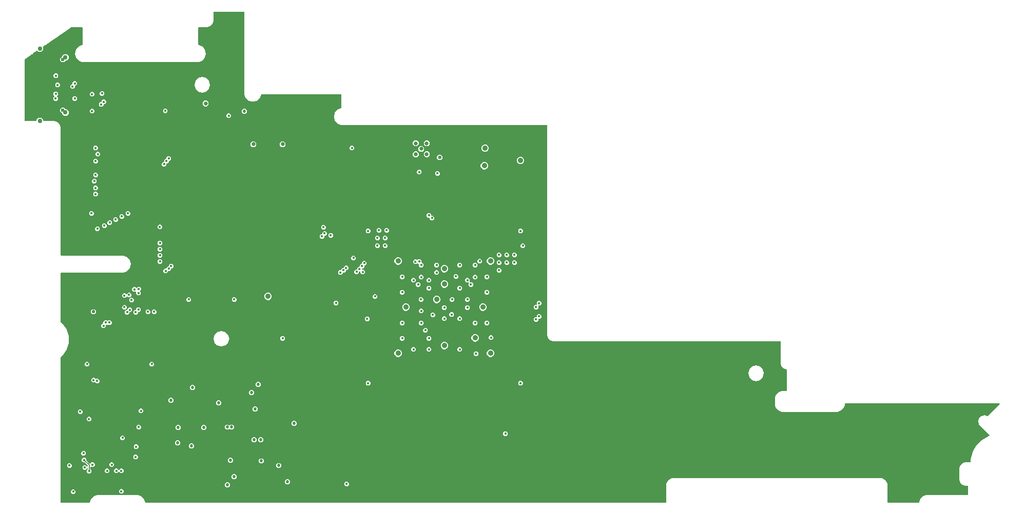
<source format=gbr>
G04 EAGLE Gerber RS-274X export*
G75*
%MOMM*%
%FSLAX34Y34*%
%LPD*%
%INCopper Layer 15*%
%IPPOS*%
%AMOC8*
5,1,8,0,0,1.08239X$1,22.5*%
G01*
%ADD10C,0.754000*%
%ADD11C,0.604000*%
%ADD12C,0.654000*%
%ADD13C,0.452400*%
%ADD14C,0.900000*%
%ADD15C,0.525000*%
%ADD16C,0.533400*%
%ADD17C,0.152400*%
%ADD18C,0.675000*%
%ADD19C,0.600000*%

G36*
X109221Y2041D02*
X109221Y2041D01*
X109240Y2039D01*
X109342Y2061D01*
X109444Y2077D01*
X109461Y2087D01*
X109481Y2091D01*
X109570Y2144D01*
X109661Y2193D01*
X109675Y2207D01*
X109692Y2217D01*
X109759Y2296D01*
X109831Y2371D01*
X109839Y2389D01*
X109852Y2404D01*
X109891Y2500D01*
X109934Y2594D01*
X109936Y2614D01*
X109944Y2632D01*
X109962Y2799D01*
X109962Y2991D01*
X112252Y8518D01*
X116482Y12748D01*
X122009Y15038D01*
X188991Y15038D01*
X194518Y12748D01*
X198748Y8518D01*
X201038Y2991D01*
X201038Y2799D01*
X201041Y2779D01*
X201039Y2760D01*
X201061Y2658D01*
X201077Y2556D01*
X201087Y2539D01*
X201091Y2519D01*
X201144Y2430D01*
X201193Y2339D01*
X201207Y2325D01*
X201217Y2308D01*
X201296Y2241D01*
X201371Y2169D01*
X201389Y2161D01*
X201404Y2148D01*
X201500Y2109D01*
X201594Y2066D01*
X201614Y2064D01*
X201632Y2056D01*
X201799Y2038D01*
X1060201Y2038D01*
X1060221Y2041D01*
X1060240Y2039D01*
X1060342Y2061D01*
X1060444Y2077D01*
X1060461Y2087D01*
X1060481Y2091D01*
X1060570Y2144D01*
X1060661Y2193D01*
X1060675Y2207D01*
X1060692Y2217D01*
X1060759Y2296D01*
X1060831Y2371D01*
X1060839Y2389D01*
X1060852Y2404D01*
X1060891Y2500D01*
X1060934Y2594D01*
X1060936Y2614D01*
X1060944Y2632D01*
X1060962Y2799D01*
X1060962Y33493D01*
X1064456Y39544D01*
X1070507Y43038D01*
X1416493Y43038D01*
X1422544Y39544D01*
X1426038Y33493D01*
X1426038Y2799D01*
X1426041Y2779D01*
X1426039Y2760D01*
X1426061Y2658D01*
X1426077Y2556D01*
X1426087Y2539D01*
X1426091Y2519D01*
X1426144Y2430D01*
X1426193Y2339D01*
X1426207Y2325D01*
X1426217Y2308D01*
X1426296Y2241D01*
X1426371Y2169D01*
X1426389Y2161D01*
X1426404Y2148D01*
X1426500Y2109D01*
X1426594Y2066D01*
X1426614Y2064D01*
X1426632Y2056D01*
X1426799Y2038D01*
X1477201Y2038D01*
X1477221Y2041D01*
X1477240Y2039D01*
X1477342Y2061D01*
X1477444Y2077D01*
X1477461Y2087D01*
X1477481Y2091D01*
X1477570Y2144D01*
X1477661Y2193D01*
X1477675Y2207D01*
X1477692Y2217D01*
X1477759Y2296D01*
X1477831Y2371D01*
X1477839Y2389D01*
X1477852Y2404D01*
X1477891Y2500D01*
X1477934Y2594D01*
X1477936Y2614D01*
X1477944Y2632D01*
X1477962Y2799D01*
X1477962Y2991D01*
X1480252Y8518D01*
X1484482Y12748D01*
X1490009Y15038D01*
X1558201Y15038D01*
X1558221Y15041D01*
X1558240Y15039D01*
X1558342Y15061D01*
X1558444Y15077D01*
X1558461Y15087D01*
X1558481Y15091D01*
X1558570Y15144D01*
X1558661Y15193D01*
X1558675Y15207D01*
X1558692Y15217D01*
X1558759Y15296D01*
X1558831Y15371D01*
X1558839Y15389D01*
X1558852Y15404D01*
X1558891Y15500D01*
X1558934Y15594D01*
X1558936Y15614D01*
X1558944Y15632D01*
X1558962Y15799D01*
X1558962Y29201D01*
X1558959Y29221D01*
X1558961Y29240D01*
X1558939Y29342D01*
X1558923Y29444D01*
X1558913Y29461D01*
X1558909Y29481D01*
X1558856Y29570D01*
X1558807Y29661D01*
X1558793Y29675D01*
X1558783Y29692D01*
X1558704Y29759D01*
X1558629Y29831D01*
X1558611Y29839D01*
X1558596Y29852D01*
X1558500Y29891D01*
X1558406Y29934D01*
X1558386Y29936D01*
X1558368Y29944D01*
X1558201Y29962D01*
X1553606Y29962D01*
X1549181Y31795D01*
X1545795Y35181D01*
X1543962Y39606D01*
X1543962Y59394D01*
X1545795Y63819D01*
X1549181Y67205D01*
X1553606Y69038D01*
X1562201Y69038D01*
X1562221Y69041D01*
X1562241Y69039D01*
X1562342Y69061D01*
X1562444Y69077D01*
X1562461Y69087D01*
X1562481Y69091D01*
X1562570Y69144D01*
X1562661Y69193D01*
X1562675Y69207D01*
X1562692Y69217D01*
X1562759Y69296D01*
X1562831Y69371D01*
X1562839Y69389D01*
X1562852Y69404D01*
X1562891Y69500D01*
X1562934Y69594D01*
X1562936Y69614D01*
X1562944Y69632D01*
X1562962Y69799D01*
X1562962Y73338D01*
X1566196Y85596D01*
X1572448Y96623D01*
X1581307Y105690D01*
X1592185Y112199D01*
X1593720Y112642D01*
X1593799Y112680D01*
X1593882Y112710D01*
X1593910Y112732D01*
X1593942Y112747D01*
X1594005Y112809D01*
X1594074Y112864D01*
X1594093Y112893D01*
X1594119Y112918D01*
X1594160Y112996D01*
X1594207Y113070D01*
X1594216Y113105D01*
X1594232Y113137D01*
X1594246Y113224D01*
X1594267Y113309D01*
X1594264Y113344D01*
X1594270Y113380D01*
X1594255Y113467D01*
X1594248Y113554D01*
X1594234Y113587D01*
X1594228Y113622D01*
X1594186Y113700D01*
X1594152Y113781D01*
X1594123Y113816D01*
X1594111Y113839D01*
X1594088Y113860D01*
X1594047Y113911D01*
X1579299Y128659D01*
X1579197Y128761D01*
X1577659Y130299D01*
X1576577Y131381D01*
X1575185Y136577D01*
X1576577Y141773D01*
X1580381Y145577D01*
X1585577Y146969D01*
X1590821Y145564D01*
X1590895Y145510D01*
X1590914Y145505D01*
X1590931Y145494D01*
X1591031Y145468D01*
X1591130Y145438D01*
X1591150Y145439D01*
X1591170Y145434D01*
X1591273Y145442D01*
X1591376Y145444D01*
X1591395Y145451D01*
X1591415Y145453D01*
X1591510Y145493D01*
X1591607Y145529D01*
X1591623Y145541D01*
X1591641Y145549D01*
X1591772Y145654D01*
X1610781Y164663D01*
X1610823Y164721D01*
X1610872Y164773D01*
X1610894Y164820D01*
X1610924Y164862D01*
X1610946Y164931D01*
X1610976Y164996D01*
X1610982Y165048D01*
X1610997Y165098D01*
X1610995Y165169D01*
X1611003Y165240D01*
X1610992Y165291D01*
X1610990Y165343D01*
X1610966Y165411D01*
X1610951Y165481D01*
X1610924Y165526D01*
X1610906Y165574D01*
X1610861Y165630D01*
X1610824Y165692D01*
X1610785Y165726D01*
X1610752Y165766D01*
X1610692Y165805D01*
X1610638Y165852D01*
X1610589Y165871D01*
X1610545Y165899D01*
X1610476Y165917D01*
X1610409Y165944D01*
X1610338Y165952D01*
X1610307Y165960D01*
X1610284Y165958D01*
X1610243Y165962D01*
X1355799Y165962D01*
X1355779Y165959D01*
X1355760Y165961D01*
X1355658Y165939D01*
X1355556Y165923D01*
X1355539Y165913D01*
X1355519Y165909D01*
X1355430Y165856D01*
X1355339Y165807D01*
X1355325Y165793D01*
X1355308Y165783D01*
X1355241Y165704D01*
X1355169Y165629D01*
X1355161Y165611D01*
X1355148Y165596D01*
X1355109Y165500D01*
X1355066Y165406D01*
X1355064Y165386D01*
X1355056Y165368D01*
X1355038Y165201D01*
X1355038Y163208D01*
X1352901Y158048D01*
X1348952Y154099D01*
X1343792Y151962D01*
X1251208Y151962D01*
X1246048Y154099D01*
X1242099Y158048D01*
X1239962Y163208D01*
X1239962Y175792D01*
X1242099Y180952D01*
X1246048Y184901D01*
X1251208Y187038D01*
X1259201Y187038D01*
X1259221Y187041D01*
X1259240Y187039D01*
X1259342Y187061D01*
X1259444Y187077D01*
X1259461Y187087D01*
X1259481Y187091D01*
X1259570Y187144D01*
X1259661Y187193D01*
X1259675Y187207D01*
X1259692Y187217D01*
X1259759Y187296D01*
X1259831Y187371D01*
X1259839Y187389D01*
X1259852Y187404D01*
X1259891Y187500D01*
X1259934Y187594D01*
X1259936Y187614D01*
X1259944Y187632D01*
X1259962Y187799D01*
X1259962Y221756D01*
X1259957Y221788D01*
X1259960Y221820D01*
X1259937Y221909D01*
X1259923Y221999D01*
X1259907Y222027D01*
X1259900Y222059D01*
X1259850Y222136D01*
X1259807Y222216D01*
X1259784Y222238D01*
X1259767Y222265D01*
X1259695Y222323D01*
X1259629Y222386D01*
X1259600Y222399D01*
X1259575Y222419D01*
X1259420Y222485D01*
X1254453Y223981D01*
X1250652Y228023D01*
X1250199Y229948D01*
X1250198Y229951D01*
X1250197Y229955D01*
X1250150Y230066D01*
X1250105Y230175D01*
X1250102Y230178D01*
X1250101Y230181D01*
X1249996Y230312D01*
X1249962Y230346D01*
X1249962Y230865D01*
X1249962Y230869D01*
X1249962Y230873D01*
X1249942Y231040D01*
X1249823Y231545D01*
X1249848Y231586D01*
X1249850Y231589D01*
X1249852Y231591D01*
X1249897Y231704D01*
X1249942Y231813D01*
X1249942Y231816D01*
X1249944Y231819D01*
X1249962Y231986D01*
X1249962Y267711D01*
X1249959Y267731D01*
X1249961Y267750D01*
X1249939Y267852D01*
X1249923Y267954D01*
X1249913Y267971D01*
X1249909Y267991D01*
X1249856Y268080D01*
X1249807Y268171D01*
X1249793Y268185D01*
X1249783Y268202D01*
X1249704Y268269D01*
X1249629Y268341D01*
X1249611Y268349D01*
X1249596Y268362D01*
X1249500Y268401D01*
X1249406Y268444D01*
X1249386Y268446D01*
X1249368Y268454D01*
X1249201Y268472D01*
X873746Y268472D01*
X869321Y270305D01*
X865935Y273691D01*
X864102Y278116D01*
X864102Y625201D01*
X864099Y625221D01*
X864101Y625240D01*
X864079Y625342D01*
X864063Y625444D01*
X864053Y625461D01*
X864049Y625481D01*
X863996Y625570D01*
X863947Y625661D01*
X863933Y625675D01*
X863923Y625692D01*
X863844Y625759D01*
X863769Y625831D01*
X863751Y625839D01*
X863736Y625852D01*
X863640Y625891D01*
X863546Y625934D01*
X863526Y625936D01*
X863508Y625944D01*
X863341Y625962D01*
X523796Y625962D01*
X518023Y628743D01*
X514027Y633753D01*
X512601Y640000D01*
X514027Y646247D01*
X518022Y651257D01*
X523796Y654038D01*
X524201Y654038D01*
X524221Y654041D01*
X524240Y654039D01*
X524342Y654061D01*
X524444Y654077D01*
X524461Y654087D01*
X524481Y654091D01*
X524570Y654144D01*
X524661Y654193D01*
X524675Y654207D01*
X524692Y654217D01*
X524759Y654296D01*
X524831Y654371D01*
X524839Y654389D01*
X524852Y654404D01*
X524891Y654500D01*
X524934Y654594D01*
X524936Y654614D01*
X524944Y654632D01*
X524962Y654799D01*
X524962Y676201D01*
X524959Y676221D01*
X524961Y676240D01*
X524939Y676342D01*
X524923Y676444D01*
X524913Y676461D01*
X524909Y676481D01*
X524856Y676570D01*
X524807Y676661D01*
X524793Y676675D01*
X524783Y676692D01*
X524704Y676759D01*
X524629Y676831D01*
X524611Y676839D01*
X524596Y676852D01*
X524500Y676891D01*
X524406Y676934D01*
X524386Y676936D01*
X524368Y676944D01*
X524201Y676962D01*
X393799Y676962D01*
X393779Y676959D01*
X393760Y676961D01*
X393658Y676939D01*
X393556Y676923D01*
X393539Y676913D01*
X393519Y676909D01*
X393430Y676856D01*
X393339Y676807D01*
X393325Y676793D01*
X393308Y676783D01*
X393241Y676704D01*
X393169Y676629D01*
X393161Y676611D01*
X393148Y676596D01*
X393109Y676500D01*
X393066Y676406D01*
X393064Y676386D01*
X393056Y676368D01*
X393038Y676201D01*
X393038Y675796D01*
X390257Y670023D01*
X385247Y666027D01*
X379000Y664601D01*
X376955Y665068D01*
X373620Y665829D01*
X372753Y666027D01*
X367743Y670022D01*
X364962Y675796D01*
X364962Y812201D01*
X364959Y812221D01*
X364961Y812240D01*
X364939Y812342D01*
X364923Y812444D01*
X364913Y812461D01*
X364909Y812481D01*
X364856Y812570D01*
X364807Y812661D01*
X364793Y812675D01*
X364783Y812692D01*
X364704Y812759D01*
X364629Y812831D01*
X364611Y812839D01*
X364596Y812852D01*
X364500Y812891D01*
X364406Y812934D01*
X364386Y812936D01*
X364368Y812944D01*
X364201Y812962D01*
X314799Y812962D01*
X314779Y812959D01*
X314760Y812961D01*
X314658Y812939D01*
X314556Y812923D01*
X314539Y812913D01*
X314519Y812909D01*
X314430Y812856D01*
X314339Y812807D01*
X314325Y812793D01*
X314308Y812783D01*
X314241Y812704D01*
X314169Y812629D01*
X314161Y812611D01*
X314148Y812596D01*
X314109Y812500D01*
X314066Y812406D01*
X314064Y812386D01*
X314056Y812368D01*
X314038Y812201D01*
X314038Y797907D01*
X312053Y793115D01*
X308385Y789447D01*
X303593Y787462D01*
X289799Y787462D01*
X289779Y787459D01*
X289760Y787461D01*
X289658Y787439D01*
X289556Y787423D01*
X289539Y787413D01*
X289519Y787409D01*
X289430Y787356D01*
X289339Y787307D01*
X289325Y787293D01*
X289308Y787283D01*
X289241Y787204D01*
X289169Y787129D01*
X289161Y787111D01*
X289148Y787096D01*
X289109Y787000D01*
X289066Y786906D01*
X289064Y786886D01*
X289056Y786868D01*
X289038Y786701D01*
X289038Y758799D01*
X289041Y758779D01*
X289039Y758760D01*
X289061Y758658D01*
X289077Y758556D01*
X289087Y758539D01*
X289091Y758519D01*
X289144Y758430D01*
X289193Y758339D01*
X289207Y758325D01*
X289217Y758308D01*
X289296Y758241D01*
X289371Y758169D01*
X289389Y758161D01*
X289404Y758148D01*
X289500Y758109D01*
X289594Y758066D01*
X289614Y758064D01*
X289632Y758056D01*
X289799Y758038D01*
X290204Y758038D01*
X295977Y755257D01*
X299973Y750247D01*
X301399Y744000D01*
X299973Y737753D01*
X295978Y732743D01*
X290204Y729962D01*
X96796Y729962D01*
X91023Y732743D01*
X87027Y737753D01*
X85601Y744000D01*
X87027Y750247D01*
X91022Y755257D01*
X96796Y758038D01*
X97201Y758038D01*
X97221Y758041D01*
X97240Y758039D01*
X97342Y758061D01*
X97444Y758077D01*
X97461Y758087D01*
X97481Y758091D01*
X97570Y758144D01*
X97661Y758193D01*
X97675Y758207D01*
X97692Y758217D01*
X97759Y758296D01*
X97831Y758371D01*
X97839Y758389D01*
X97852Y758404D01*
X97891Y758500D01*
X97934Y758594D01*
X97936Y758614D01*
X97944Y758632D01*
X97962Y758799D01*
X97962Y786701D01*
X97959Y786721D01*
X97961Y786740D01*
X97939Y786842D01*
X97923Y786944D01*
X97913Y786961D01*
X97909Y786981D01*
X97856Y787070D01*
X97807Y787161D01*
X97793Y787175D01*
X97783Y787192D01*
X97704Y787259D01*
X97629Y787331D01*
X97611Y787339D01*
X97596Y787352D01*
X97500Y787391D01*
X97406Y787434D01*
X97386Y787436D01*
X97368Y787444D01*
X97201Y787462D01*
X78881Y787462D01*
X78856Y787458D01*
X78832Y787461D01*
X78736Y787438D01*
X78638Y787423D01*
X78616Y787411D01*
X78592Y787405D01*
X78445Y787325D01*
X37824Y758943D01*
X37802Y758921D01*
X37722Y758857D01*
X37297Y758432D01*
X37287Y758433D01*
X37191Y758410D01*
X37093Y758395D01*
X37071Y758383D01*
X37047Y758377D01*
X36937Y758317D01*
X36819Y758338D01*
X36727Y758339D01*
X36637Y758348D01*
X36605Y758341D01*
X36573Y758341D01*
X36486Y758313D01*
X36397Y758293D01*
X36361Y758273D01*
X36339Y758266D01*
X36313Y758247D01*
X36250Y758212D01*
X32712Y755740D01*
X32650Y755680D01*
X32583Y755626D01*
X32562Y755595D01*
X32536Y755569D01*
X32496Y755492D01*
X32450Y755419D01*
X32441Y755383D01*
X32424Y755350D01*
X32411Y755264D01*
X32390Y755181D01*
X32392Y755144D01*
X32387Y755107D01*
X32402Y755022D01*
X32409Y754935D01*
X32423Y754901D01*
X32430Y754865D01*
X32471Y754789D01*
X32505Y754709D01*
X32535Y754672D01*
X32547Y754649D01*
X32570Y754628D01*
X32610Y754578D01*
X32795Y754393D01*
X32795Y750007D01*
X29693Y746905D01*
X25307Y746905D01*
X23603Y748609D01*
X23541Y748654D01*
X23485Y748706D01*
X23468Y748713D01*
X23468Y748714D01*
X23465Y748715D01*
X23442Y748725D01*
X23403Y748753D01*
X23330Y748775D01*
X23260Y748807D01*
X23213Y748811D01*
X23168Y748825D01*
X23092Y748823D01*
X23016Y748831D01*
X22970Y748820D01*
X22922Y748819D01*
X22850Y748792D01*
X22826Y748787D01*
X22810Y748784D01*
X22807Y748782D01*
X22776Y748775D01*
X22720Y748745D01*
X22691Y748734D01*
X22671Y748718D01*
X22629Y748695D01*
X16303Y744275D01*
X16278Y744251D01*
X16248Y744233D01*
X16190Y744165D01*
X16127Y744103D01*
X16111Y744073D01*
X16088Y744046D01*
X16061Y743980D01*
X16004Y743922D01*
X15989Y743902D01*
X15970Y743886D01*
X15918Y743802D01*
X15860Y743722D01*
X15853Y743699D01*
X15840Y743678D01*
X15804Y743557D01*
X15309Y743211D01*
X15287Y743189D01*
X15207Y743125D01*
X14781Y742700D01*
X14772Y742701D01*
X14676Y742678D01*
X14578Y742663D01*
X14556Y742651D01*
X14532Y742645D01*
X14385Y742565D01*
X2363Y734165D01*
X2338Y734141D01*
X2308Y734123D01*
X2250Y734055D01*
X2187Y733994D01*
X2171Y733963D01*
X2148Y733936D01*
X2115Y733854D01*
X2074Y733775D01*
X2069Y733740D01*
X2056Y733708D01*
X2038Y733541D01*
X2038Y633799D01*
X2041Y633779D01*
X2039Y633760D01*
X2061Y633658D01*
X2077Y633556D01*
X2087Y633539D01*
X2091Y633519D01*
X2144Y633430D01*
X2193Y633339D01*
X2207Y633325D01*
X2217Y633308D01*
X2296Y633241D01*
X2371Y633169D01*
X2389Y633161D01*
X2404Y633148D01*
X2500Y633109D01*
X2594Y633066D01*
X2614Y633064D01*
X2632Y633056D01*
X2799Y633038D01*
X12549Y633038D01*
X12596Y633045D01*
X12644Y633044D01*
X12717Y633065D01*
X12792Y633077D01*
X12834Y633100D01*
X12880Y633114D01*
X12896Y633123D01*
X13598Y633043D01*
X13628Y633044D01*
X13685Y633038D01*
X14403Y633038D01*
X14414Y633032D01*
X14475Y632987D01*
X14521Y632973D01*
X14564Y632950D01*
X14631Y632935D01*
X14668Y632901D01*
X14679Y632897D01*
X14687Y632889D01*
X14792Y632847D01*
X14893Y632803D01*
X14905Y632802D01*
X14916Y632797D01*
X15082Y632779D01*
X21444Y632779D01*
X21464Y632782D01*
X21483Y632780D01*
X21585Y632802D01*
X21687Y632819D01*
X21704Y632828D01*
X21724Y632832D01*
X21813Y632885D01*
X21904Y632934D01*
X21918Y632948D01*
X21935Y632958D01*
X22002Y633037D01*
X22074Y633112D01*
X22082Y633130D01*
X22095Y633145D01*
X22134Y633241D01*
X22177Y633335D01*
X22179Y633355D01*
X22187Y633373D01*
X22205Y633540D01*
X22205Y634993D01*
X25307Y638095D01*
X29693Y638095D01*
X32795Y634993D01*
X32795Y633540D01*
X32798Y633520D01*
X32796Y633501D01*
X32818Y633399D01*
X32834Y633297D01*
X32844Y633280D01*
X32848Y633260D01*
X32901Y633171D01*
X32950Y633080D01*
X32964Y633066D01*
X32974Y633049D01*
X33053Y632982D01*
X33128Y632911D01*
X33146Y632902D01*
X33161Y632889D01*
X33257Y632850D01*
X33351Y632807D01*
X33371Y632805D01*
X33389Y632797D01*
X33556Y632779D01*
X40163Y632779D01*
X40174Y632781D01*
X40186Y632779D01*
X40295Y632800D01*
X40405Y632819D01*
X40416Y632824D01*
X40427Y632826D01*
X40524Y632881D01*
X40623Y632934D01*
X40624Y632935D01*
X40682Y632959D01*
X40754Y632980D01*
X40794Y633007D01*
X40838Y633026D01*
X40853Y633038D01*
X41560Y633038D01*
X41589Y633042D01*
X41647Y633043D01*
X42359Y633125D01*
X42371Y633120D01*
X42437Y633083D01*
X42485Y633074D01*
X42529Y633056D01*
X42657Y633042D01*
X42679Y633038D01*
X42686Y633039D01*
X42696Y633038D01*
X51593Y633038D01*
X56385Y631053D01*
X60053Y627385D01*
X62038Y622593D01*
X62038Y411049D01*
X62041Y411029D01*
X62039Y411010D01*
X62061Y410908D01*
X62077Y410806D01*
X62087Y410789D01*
X62091Y410769D01*
X62144Y410680D01*
X62193Y410589D01*
X62207Y410575D01*
X62217Y410558D01*
X62296Y410491D01*
X62371Y410419D01*
X62389Y410411D01*
X62404Y410398D01*
X62500Y410359D01*
X62594Y410316D01*
X62614Y410314D01*
X62632Y410306D01*
X62799Y410288D01*
X166204Y410288D01*
X171977Y407507D01*
X175973Y402497D01*
X177399Y396250D01*
X175973Y390003D01*
X171978Y384993D01*
X166204Y382212D01*
X62799Y382212D01*
X62779Y382209D01*
X62760Y382211D01*
X62658Y382189D01*
X62556Y382173D01*
X62539Y382163D01*
X62519Y382159D01*
X62430Y382106D01*
X62339Y382057D01*
X62325Y382043D01*
X62308Y382033D01*
X62241Y381954D01*
X62169Y381879D01*
X62161Y381861D01*
X62148Y381846D01*
X62109Y381750D01*
X62066Y381656D01*
X62064Y381636D01*
X62056Y381618D01*
X62038Y381451D01*
X62038Y300359D01*
X62040Y300346D01*
X62038Y300333D01*
X62060Y300225D01*
X62077Y300116D01*
X62084Y300104D01*
X62086Y300092D01*
X62141Y299996D01*
X62193Y299899D01*
X62202Y299890D01*
X62209Y299878D01*
X62328Y299761D01*
X65678Y297123D01*
X72050Y287860D01*
X75387Y277122D01*
X75387Y265878D01*
X72050Y255140D01*
X66855Y247588D01*
X65808Y246066D01*
X65678Y245877D01*
X62328Y243239D01*
X62319Y243230D01*
X62308Y243223D01*
X62236Y243139D01*
X62162Y243058D01*
X62157Y243046D01*
X62148Y243036D01*
X62107Y242934D01*
X62062Y242833D01*
X62061Y242820D01*
X62056Y242808D01*
X62038Y242641D01*
X62038Y2799D01*
X62041Y2779D01*
X62039Y2760D01*
X62061Y2658D01*
X62077Y2556D01*
X62087Y2539D01*
X62091Y2519D01*
X62144Y2430D01*
X62193Y2339D01*
X62207Y2325D01*
X62217Y2308D01*
X62296Y2241D01*
X62371Y2169D01*
X62389Y2161D01*
X62404Y2148D01*
X62500Y2109D01*
X62594Y2066D01*
X62614Y2064D01*
X62632Y2056D01*
X62799Y2038D01*
X109201Y2038D01*
X109221Y2041D01*
G37*
%LPC*%
G36*
X1202495Y204732D02*
X1202495Y204732D01*
X1197732Y209495D01*
X1195989Y216000D01*
X1197732Y222505D01*
X1202495Y227268D01*
X1209000Y229011D01*
X1215505Y227268D01*
X1220268Y222505D01*
X1222011Y216000D01*
X1220268Y209495D01*
X1215505Y204732D01*
X1209000Y202989D01*
X1202495Y204732D01*
G37*
%LPD*%
%LPC*%
G36*
X320345Y261822D02*
X320345Y261822D01*
X315582Y266585D01*
X313839Y273090D01*
X315582Y279595D01*
X320345Y284358D01*
X326850Y286101D01*
X333355Y284358D01*
X338118Y279595D01*
X339861Y273090D01*
X338118Y266585D01*
X333355Y261822D01*
X326850Y260079D01*
X320345Y261822D01*
G37*
%LPD*%
%LPC*%
G36*
X288995Y681232D02*
X288995Y681232D01*
X284232Y685995D01*
X282489Y692500D01*
X284232Y699005D01*
X288995Y703768D01*
X295500Y705511D01*
X302005Y703768D01*
X306768Y699005D01*
X308511Y692500D01*
X306768Y685995D01*
X302005Y681232D01*
X295500Y679489D01*
X288995Y681232D01*
G37*
%LPD*%
%LPC*%
G36*
X107143Y50569D02*
X107143Y50569D01*
X104925Y52787D01*
X104925Y55925D01*
X106202Y57202D01*
X106255Y57276D01*
X106315Y57345D01*
X106327Y57375D01*
X106346Y57401D01*
X106373Y57488D01*
X106407Y57573D01*
X106411Y57614D01*
X106418Y57636D01*
X106417Y57669D01*
X106425Y57740D01*
X106425Y57957D01*
X106414Y58028D01*
X106412Y58100D01*
X106394Y58149D01*
X106386Y58200D01*
X106352Y58263D01*
X106327Y58331D01*
X106295Y58371D01*
X106270Y58417D01*
X106218Y58467D01*
X106174Y58523D01*
X106130Y58551D01*
X106092Y58587D01*
X106027Y58617D01*
X105967Y58656D01*
X105916Y58668D01*
X105869Y58690D01*
X105798Y58698D01*
X105728Y58716D01*
X105676Y58712D01*
X105625Y58717D01*
X105554Y58702D01*
X105483Y58697D01*
X105435Y58676D01*
X105384Y58665D01*
X105323Y58628D01*
X105257Y58600D01*
X105201Y58555D01*
X105173Y58539D01*
X105158Y58521D01*
X105126Y58495D01*
X103169Y56538D01*
X100031Y56538D01*
X97813Y58756D01*
X97813Y61894D01*
X100031Y64112D01*
X103169Y64112D01*
X105126Y62155D01*
X105184Y62113D01*
X105236Y62063D01*
X105283Y62041D01*
X105325Y62011D01*
X105394Y61990D01*
X105459Y61960D01*
X105511Y61954D01*
X105561Y61939D01*
X105632Y61940D01*
X105703Y61933D01*
X105754Y61944D01*
X105806Y61945D01*
X105874Y61970D01*
X105944Y61985D01*
X105989Y62012D01*
X106037Y62029D01*
X106093Y62074D01*
X106155Y62111D01*
X106189Y62151D01*
X106229Y62183D01*
X106268Y62243D01*
X106315Y62298D01*
X106334Y62346D01*
X106362Y62390D01*
X106380Y62460D01*
X106407Y62526D01*
X106415Y62597D01*
X106423Y62629D01*
X106421Y62652D01*
X106425Y62693D01*
X106425Y63126D01*
X106411Y63217D01*
X106403Y63307D01*
X106391Y63337D01*
X106386Y63369D01*
X106343Y63450D01*
X106307Y63534D01*
X106281Y63566D01*
X106270Y63587D01*
X106247Y63609D01*
X106202Y63665D01*
X101233Y68634D01*
X101159Y68687D01*
X101089Y68747D01*
X101059Y68759D01*
X101033Y68778D01*
X100946Y68805D01*
X100861Y68839D01*
X100820Y68843D01*
X100798Y68850D01*
X100766Y68849D01*
X100694Y68857D01*
X98888Y68857D01*
X96670Y71075D01*
X96670Y74213D01*
X98888Y76431D01*
X102026Y76431D01*
X104244Y74213D01*
X104244Y72407D01*
X104258Y72316D01*
X104266Y72226D01*
X104278Y72196D01*
X104283Y72164D01*
X104326Y72083D01*
X104362Y71999D01*
X104388Y71967D01*
X104399Y71946D01*
X104422Y71924D01*
X104467Y71868D01*
X109436Y66899D01*
X109717Y66618D01*
X109733Y66607D01*
X109745Y66591D01*
X109832Y66535D01*
X109916Y66475D01*
X109935Y66469D01*
X109952Y66458D01*
X110052Y66433D01*
X110151Y66402D01*
X110171Y66403D01*
X110191Y66398D01*
X110294Y66406D01*
X110397Y66409D01*
X110416Y66416D01*
X110436Y66417D01*
X110531Y66458D01*
X110628Y66493D01*
X110644Y66506D01*
X110662Y66514D01*
X110793Y66618D01*
X112731Y68557D01*
X115869Y68557D01*
X118087Y66339D01*
X118087Y63201D01*
X115869Y60983D01*
X112731Y60983D01*
X112298Y61416D01*
X112240Y61458D01*
X112188Y61508D01*
X112141Y61530D01*
X112099Y61560D01*
X112030Y61581D01*
X111965Y61611D01*
X111913Y61617D01*
X111863Y61632D01*
X111792Y61631D01*
X111721Y61638D01*
X111670Y61627D01*
X111618Y61626D01*
X111550Y61601D01*
X111480Y61586D01*
X111435Y61559D01*
X111387Y61542D01*
X111331Y61497D01*
X111269Y61460D01*
X111235Y61420D01*
X111195Y61388D01*
X111156Y61328D01*
X111109Y61273D01*
X111090Y61225D01*
X111062Y61181D01*
X111044Y61111D01*
X111017Y61045D01*
X111009Y60974D01*
X111001Y60942D01*
X111003Y60919D01*
X110999Y60878D01*
X110999Y57740D01*
X111013Y57650D01*
X111021Y57559D01*
X111033Y57529D01*
X111038Y57497D01*
X111081Y57416D01*
X111117Y57333D01*
X111143Y57300D01*
X111154Y57280D01*
X111177Y57258D01*
X111222Y57202D01*
X112499Y55925D01*
X112499Y52787D01*
X110281Y50569D01*
X107143Y50569D01*
G37*
%LPD*%
%LPC*%
G36*
X558501Y379626D02*
X558501Y379626D01*
X556283Y381844D01*
X556283Y383564D01*
X556280Y383584D01*
X556282Y383603D01*
X556260Y383705D01*
X556244Y383807D01*
X556234Y383824D01*
X556230Y383844D01*
X556177Y383933D01*
X556128Y384024D01*
X556114Y384038D01*
X556104Y384055D01*
X556025Y384122D01*
X555950Y384194D01*
X555932Y384202D01*
X555917Y384215D01*
X555821Y384254D01*
X555727Y384297D01*
X555707Y384299D01*
X555689Y384307D01*
X555522Y384325D01*
X554458Y384325D01*
X554438Y384322D01*
X554419Y384324D01*
X554317Y384302D01*
X554215Y384286D01*
X554198Y384276D01*
X554178Y384272D01*
X554089Y384219D01*
X553998Y384170D01*
X553984Y384156D01*
X553967Y384146D01*
X553900Y384067D01*
X553828Y383992D01*
X553820Y383974D01*
X553807Y383959D01*
X553768Y383863D01*
X553725Y383769D01*
X553723Y383749D01*
X553715Y383731D01*
X553697Y383564D01*
X553697Y381971D01*
X551479Y379753D01*
X548341Y379753D01*
X546123Y381971D01*
X546123Y385109D01*
X548341Y387327D01*
X550188Y387327D01*
X550208Y387330D01*
X550227Y387328D01*
X550329Y387350D01*
X550431Y387366D01*
X550448Y387376D01*
X550468Y387380D01*
X550557Y387433D01*
X550648Y387482D01*
X550662Y387496D01*
X550679Y387506D01*
X550746Y387585D01*
X550818Y387660D01*
X550826Y387678D01*
X550839Y387693D01*
X550878Y387789D01*
X550921Y387883D01*
X550923Y387903D01*
X550931Y387921D01*
X550949Y388088D01*
X550949Y389681D01*
X553167Y391899D01*
X554252Y391899D01*
X554272Y391902D01*
X554291Y391900D01*
X554393Y391922D01*
X554495Y391938D01*
X554512Y391948D01*
X554532Y391952D01*
X554621Y392005D01*
X554712Y392054D01*
X554726Y392068D01*
X554743Y392078D01*
X554810Y392157D01*
X554882Y392232D01*
X554890Y392250D01*
X554903Y392265D01*
X554942Y392361D01*
X554985Y392455D01*
X554987Y392475D01*
X554995Y392493D01*
X555013Y392660D01*
X555013Y394761D01*
X557231Y396979D01*
X558062Y396979D01*
X558082Y396982D01*
X558101Y396980D01*
X558203Y397002D01*
X558305Y397018D01*
X558322Y397028D01*
X558342Y397032D01*
X558431Y397085D01*
X558522Y397134D01*
X558536Y397148D01*
X558553Y397158D01*
X558620Y397237D01*
X558692Y397312D01*
X558700Y397330D01*
X558713Y397345D01*
X558752Y397441D01*
X558795Y397535D01*
X558797Y397555D01*
X558805Y397573D01*
X558823Y397740D01*
X558823Y399587D01*
X561041Y401805D01*
X564179Y401805D01*
X566397Y399587D01*
X566397Y396449D01*
X564179Y394231D01*
X563348Y394231D01*
X563328Y394228D01*
X563309Y394230D01*
X563207Y394208D01*
X563105Y394192D01*
X563088Y394182D01*
X563068Y394178D01*
X562979Y394125D01*
X562888Y394076D01*
X562874Y394062D01*
X562857Y394052D01*
X562790Y393973D01*
X562718Y393898D01*
X562710Y393880D01*
X562697Y393865D01*
X562658Y393769D01*
X562615Y393675D01*
X562613Y393655D01*
X562605Y393637D01*
X562587Y393470D01*
X562587Y391623D01*
X560369Y389405D01*
X559284Y389405D01*
X559264Y389402D01*
X559245Y389404D01*
X559143Y389382D01*
X559041Y389366D01*
X559024Y389356D01*
X559004Y389352D01*
X558915Y389299D01*
X558824Y389250D01*
X558810Y389236D01*
X558793Y389226D01*
X558726Y389147D01*
X558654Y389072D01*
X558646Y389054D01*
X558633Y389039D01*
X558594Y388943D01*
X558551Y388849D01*
X558549Y388829D01*
X558541Y388811D01*
X558523Y388644D01*
X558523Y387961D01*
X558524Y387954D01*
X558524Y387952D01*
X558526Y387944D01*
X558526Y387941D01*
X558524Y387922D01*
X558546Y387820D01*
X558562Y387718D01*
X558572Y387701D01*
X558576Y387681D01*
X558629Y387592D01*
X558678Y387501D01*
X558692Y387487D01*
X558702Y387470D01*
X558781Y387403D01*
X558856Y387331D01*
X558874Y387323D01*
X558889Y387310D01*
X558985Y387271D01*
X559079Y387228D01*
X559099Y387226D01*
X559117Y387218D01*
X559284Y387200D01*
X561639Y387200D01*
X563857Y384982D01*
X563857Y381844D01*
X561639Y379626D01*
X558501Y379626D01*
G37*
%LPD*%
%LPC*%
G36*
X188804Y344701D02*
X188804Y344701D01*
X186586Y346919D01*
X186586Y350208D01*
X186575Y350279D01*
X186573Y350351D01*
X186555Y350400D01*
X186547Y350451D01*
X186513Y350514D01*
X186488Y350582D01*
X186456Y350622D01*
X186431Y350668D01*
X186380Y350718D01*
X186335Y350774D01*
X186291Y350802D01*
X186253Y350838D01*
X186188Y350868D01*
X186128Y350907D01*
X186077Y350919D01*
X186030Y350941D01*
X185959Y350949D01*
X185889Y350967D01*
X185837Y350963D01*
X185786Y350968D01*
X185715Y350953D01*
X185644Y350948D01*
X185596Y350927D01*
X185545Y350916D01*
X185484Y350879D01*
X185418Y350851D01*
X185362Y350807D01*
X185334Y350790D01*
X185319Y350772D01*
X185287Y350746D01*
X185084Y350543D01*
X181946Y350543D01*
X179728Y352761D01*
X179728Y355899D01*
X181946Y358117D01*
X185084Y358117D01*
X186152Y357049D01*
X186168Y357037D01*
X186180Y357021D01*
X186268Y356965D01*
X186351Y356905D01*
X186370Y356899D01*
X186387Y356888D01*
X186488Y356863D01*
X186587Y356833D01*
X186606Y356833D01*
X186626Y356828D01*
X186729Y356836D01*
X186832Y356839D01*
X186851Y356846D01*
X186871Y356847D01*
X186966Y356888D01*
X187063Y356923D01*
X187079Y356936D01*
X187097Y356944D01*
X187228Y357049D01*
X188931Y358752D01*
X192069Y358752D01*
X194287Y356534D01*
X194287Y353396D01*
X193092Y352201D01*
X193080Y352185D01*
X193064Y352173D01*
X193008Y352085D01*
X192948Y352002D01*
X192942Y351983D01*
X192931Y351966D01*
X192906Y351865D01*
X192876Y351766D01*
X192876Y351747D01*
X192871Y351727D01*
X192879Y351624D01*
X192882Y351521D01*
X192889Y351502D01*
X192890Y351482D01*
X192931Y351387D01*
X192966Y351290D01*
X192979Y351274D01*
X192987Y351256D01*
X193092Y351125D01*
X194160Y350057D01*
X194160Y346919D01*
X191942Y344701D01*
X188804Y344701D01*
G37*
%LPD*%
%LPC*%
G36*
X655275Y390929D02*
X655275Y390929D01*
X653057Y393147D01*
X653057Y396137D01*
X653054Y396157D01*
X653056Y396176D01*
X653034Y396278D01*
X653018Y396380D01*
X653008Y396397D01*
X653004Y396417D01*
X652951Y396506D01*
X652902Y396597D01*
X652888Y396611D01*
X652878Y396628D01*
X652799Y396695D01*
X652724Y396767D01*
X652706Y396775D01*
X652691Y396788D01*
X652595Y396827D01*
X652501Y396870D01*
X652481Y396872D01*
X652463Y396880D01*
X652296Y396898D01*
X651846Y396898D01*
X651096Y397649D01*
X651080Y397661D01*
X651067Y397676D01*
X650980Y397732D01*
X650896Y397792D01*
X650877Y397798D01*
X650860Y397809D01*
X650760Y397834D01*
X650661Y397865D01*
X650641Y397864D01*
X650622Y397869D01*
X650519Y397861D01*
X650415Y397858D01*
X650396Y397852D01*
X650377Y397850D01*
X650282Y397810D01*
X650184Y397774D01*
X650168Y397762D01*
X650150Y397754D01*
X650019Y397649D01*
X648634Y396263D01*
X645496Y396263D01*
X643278Y398481D01*
X643278Y401619D01*
X645496Y403837D01*
X648634Y403837D01*
X649384Y403086D01*
X649400Y403074D01*
X649413Y403059D01*
X649500Y403003D01*
X649584Y402943D01*
X649603Y402937D01*
X649620Y402926D01*
X649720Y402901D01*
X649819Y402870D01*
X649839Y402871D01*
X649858Y402866D01*
X649961Y402874D01*
X650065Y402877D01*
X650084Y402883D01*
X650104Y402885D01*
X650198Y402925D01*
X650296Y402961D01*
X650312Y402973D01*
X650330Y402981D01*
X650461Y403086D01*
X651846Y404472D01*
X654984Y404472D01*
X657202Y402254D01*
X657202Y399264D01*
X657205Y399244D01*
X657203Y399225D01*
X657225Y399123D01*
X657241Y399021D01*
X657251Y399004D01*
X657255Y398984D01*
X657308Y398895D01*
X657357Y398804D01*
X657371Y398790D01*
X657381Y398773D01*
X657460Y398706D01*
X657535Y398634D01*
X657553Y398626D01*
X657568Y398613D01*
X657664Y398574D01*
X657758Y398531D01*
X657778Y398529D01*
X657796Y398521D01*
X657963Y398503D01*
X658413Y398503D01*
X660631Y396285D01*
X660631Y393147D01*
X658413Y390929D01*
X655275Y390929D01*
G37*
%LPD*%
%LPC*%
G36*
X63567Y729865D02*
X63567Y729865D01*
X60905Y732527D01*
X60905Y736293D01*
X63567Y738955D01*
X63644Y738955D01*
X63664Y738958D01*
X63683Y738956D01*
X63785Y738978D01*
X63887Y738994D01*
X63904Y739004D01*
X63924Y739008D01*
X64013Y739061D01*
X64104Y739110D01*
X64118Y739124D01*
X64135Y739134D01*
X64202Y739213D01*
X64274Y739288D01*
X64282Y739306D01*
X64295Y739321D01*
X64334Y739417D01*
X64377Y739511D01*
X64379Y739531D01*
X64387Y739549D01*
X64405Y739716D01*
X64405Y740193D01*
X67507Y743295D01*
X71893Y743295D01*
X74995Y740193D01*
X74995Y735807D01*
X71893Y732705D01*
X70488Y732705D01*
X70398Y732691D01*
X70307Y732683D01*
X70277Y732671D01*
X70245Y732666D01*
X70164Y732623D01*
X70081Y732587D01*
X70048Y732561D01*
X70028Y732550D01*
X70006Y732527D01*
X69950Y732482D01*
X67333Y729865D01*
X63567Y729865D01*
G37*
%LPD*%
%LPC*%
G36*
X67507Y641705D02*
X67507Y641705D01*
X64405Y644807D01*
X64405Y645284D01*
X64402Y645304D01*
X64404Y645323D01*
X64382Y645425D01*
X64366Y645527D01*
X64356Y645544D01*
X64352Y645564D01*
X64299Y645653D01*
X64250Y645744D01*
X64236Y645758D01*
X64226Y645775D01*
X64147Y645842D01*
X64072Y645914D01*
X64054Y645922D01*
X64039Y645935D01*
X63943Y645974D01*
X63849Y646017D01*
X63829Y646019D01*
X63811Y646027D01*
X63644Y646045D01*
X63567Y646045D01*
X60905Y648707D01*
X60905Y652473D01*
X63567Y655135D01*
X67333Y655135D01*
X69950Y652518D01*
X70023Y652465D01*
X70093Y652405D01*
X70123Y652393D01*
X70149Y652374D01*
X70236Y652347D01*
X70321Y652313D01*
X70362Y652309D01*
X70384Y652302D01*
X70417Y652303D01*
X70488Y652295D01*
X71893Y652295D01*
X74995Y649193D01*
X74995Y644807D01*
X71893Y641705D01*
X67507Y641705D01*
G37*
%LPD*%
%LPC*%
G36*
X130912Y290619D02*
X130912Y290619D01*
X128694Y292837D01*
X128694Y295975D01*
X130912Y298193D01*
X131448Y298193D01*
X131468Y298196D01*
X131487Y298194D01*
X131589Y298216D01*
X131691Y298232D01*
X131708Y298242D01*
X131728Y298246D01*
X131817Y298299D01*
X131908Y298348D01*
X131922Y298362D01*
X131939Y298372D01*
X132006Y298451D01*
X132078Y298526D01*
X132086Y298544D01*
X132099Y298559D01*
X132138Y298655D01*
X132181Y298749D01*
X132183Y298769D01*
X132191Y298787D01*
X132209Y298954D01*
X132209Y301289D01*
X134427Y303507D01*
X137565Y303507D01*
X138580Y302492D01*
X138596Y302480D01*
X138608Y302464D01*
X138696Y302408D01*
X138779Y302348D01*
X138798Y302342D01*
X138815Y302331D01*
X138916Y302306D01*
X139015Y302276D01*
X139034Y302276D01*
X139054Y302271D01*
X139157Y302279D01*
X139260Y302282D01*
X139279Y302289D01*
X139299Y302290D01*
X139394Y302331D01*
X139491Y302366D01*
X139507Y302379D01*
X139525Y302387D01*
X139656Y302492D01*
X140671Y303507D01*
X143809Y303507D01*
X146027Y301289D01*
X146027Y298151D01*
X143809Y295933D01*
X140671Y295933D01*
X139656Y296948D01*
X139640Y296960D01*
X139628Y296976D01*
X139540Y297032D01*
X139457Y297092D01*
X139438Y297098D01*
X139421Y297109D01*
X139320Y297134D01*
X139221Y297164D01*
X139202Y297164D01*
X139182Y297169D01*
X139079Y297161D01*
X138976Y297158D01*
X138957Y297151D01*
X138937Y297150D01*
X138842Y297109D01*
X138745Y297074D01*
X138729Y297061D01*
X138711Y297053D01*
X138580Y296948D01*
X137565Y295933D01*
X137029Y295933D01*
X137009Y295930D01*
X136990Y295932D01*
X136888Y295910D01*
X136786Y295894D01*
X136769Y295884D01*
X136749Y295880D01*
X136660Y295827D01*
X136569Y295778D01*
X136555Y295764D01*
X136538Y295754D01*
X136471Y295675D01*
X136399Y295600D01*
X136391Y295582D01*
X136378Y295567D01*
X136339Y295471D01*
X136296Y295377D01*
X136294Y295357D01*
X136286Y295339D01*
X136268Y295172D01*
X136268Y292837D01*
X134050Y290619D01*
X130912Y290619D01*
G37*
%LPD*%
%LPC*%
G36*
X233381Y381023D02*
X233381Y381023D01*
X231163Y383241D01*
X231163Y386379D01*
X233381Y388597D01*
X235482Y388597D01*
X235502Y388600D01*
X235521Y388598D01*
X235623Y388620D01*
X235725Y388636D01*
X235742Y388646D01*
X235762Y388650D01*
X235851Y388703D01*
X235942Y388752D01*
X235956Y388766D01*
X235973Y388776D01*
X236040Y388855D01*
X236112Y388930D01*
X236120Y388948D01*
X236133Y388963D01*
X236172Y389059D01*
X236215Y389153D01*
X236217Y389173D01*
X236225Y389191D01*
X236243Y389358D01*
X236243Y390189D01*
X238461Y392407D01*
X239292Y392407D01*
X239312Y392410D01*
X239331Y392408D01*
X239433Y392430D01*
X239535Y392446D01*
X239552Y392456D01*
X239572Y392460D01*
X239661Y392513D01*
X239752Y392562D01*
X239766Y392576D01*
X239783Y392586D01*
X239850Y392665D01*
X239922Y392740D01*
X239930Y392758D01*
X239943Y392773D01*
X239982Y392869D01*
X240025Y392963D01*
X240027Y392983D01*
X240035Y393001D01*
X240053Y393168D01*
X240053Y394634D01*
X242271Y396852D01*
X245409Y396852D01*
X247627Y394634D01*
X247627Y391496D01*
X245409Y389278D01*
X244578Y389278D01*
X244558Y389275D01*
X244539Y389277D01*
X244437Y389255D01*
X244335Y389239D01*
X244318Y389229D01*
X244298Y389225D01*
X244209Y389172D01*
X244118Y389123D01*
X244104Y389109D01*
X244087Y389099D01*
X244020Y389020D01*
X243948Y388945D01*
X243940Y388927D01*
X243927Y388912D01*
X243888Y388816D01*
X243845Y388722D01*
X243843Y388702D01*
X243835Y388684D01*
X243817Y388517D01*
X243817Y387051D01*
X241599Y384833D01*
X239498Y384833D01*
X239478Y384830D01*
X239459Y384832D01*
X239357Y384810D01*
X239255Y384794D01*
X239238Y384784D01*
X239218Y384780D01*
X239129Y384727D01*
X239038Y384678D01*
X239024Y384664D01*
X239007Y384654D01*
X238940Y384575D01*
X238868Y384500D01*
X238860Y384482D01*
X238847Y384467D01*
X238808Y384371D01*
X238765Y384277D01*
X238763Y384257D01*
X238755Y384239D01*
X238737Y384072D01*
X238737Y383241D01*
X236519Y381023D01*
X233381Y381023D01*
G37*
%LPD*%
%LPC*%
G36*
X521671Y378483D02*
X521671Y378483D01*
X519453Y380701D01*
X519453Y383839D01*
X521671Y386057D01*
X523772Y386057D01*
X523792Y386060D01*
X523811Y386058D01*
X523913Y386080D01*
X524015Y386096D01*
X524032Y386106D01*
X524052Y386110D01*
X524141Y386163D01*
X524232Y386212D01*
X524246Y386226D01*
X524263Y386236D01*
X524330Y386315D01*
X524402Y386390D01*
X524410Y386408D01*
X524423Y386423D01*
X524462Y386519D01*
X524505Y386613D01*
X524507Y386633D01*
X524515Y386651D01*
X524533Y386818D01*
X524533Y387649D01*
X526751Y389867D01*
X528217Y389867D01*
X528237Y389870D01*
X528256Y389868D01*
X528358Y389890D01*
X528460Y389906D01*
X528477Y389916D01*
X528497Y389920D01*
X528586Y389973D01*
X528677Y390022D01*
X528691Y390036D01*
X528708Y390046D01*
X528775Y390125D01*
X528847Y390200D01*
X528855Y390218D01*
X528868Y390233D01*
X528907Y390329D01*
X528950Y390423D01*
X528952Y390443D01*
X528960Y390461D01*
X528978Y390628D01*
X528978Y391459D01*
X531196Y393677D01*
X534334Y393677D01*
X536552Y391459D01*
X536552Y388321D01*
X534334Y386103D01*
X532868Y386103D01*
X532848Y386100D01*
X532829Y386102D01*
X532727Y386080D01*
X532625Y386064D01*
X532608Y386054D01*
X532588Y386050D01*
X532499Y385997D01*
X532408Y385948D01*
X532394Y385934D01*
X532377Y385924D01*
X532310Y385845D01*
X532238Y385770D01*
X532230Y385752D01*
X532217Y385737D01*
X532178Y385641D01*
X532135Y385547D01*
X532133Y385527D01*
X532125Y385509D01*
X532107Y385342D01*
X532107Y384511D01*
X529889Y382293D01*
X527788Y382293D01*
X527768Y382290D01*
X527749Y382292D01*
X527647Y382270D01*
X527545Y382254D01*
X527528Y382244D01*
X527508Y382240D01*
X527419Y382187D01*
X527328Y382138D01*
X527314Y382124D01*
X527297Y382114D01*
X527230Y382035D01*
X527158Y381960D01*
X527150Y381942D01*
X527137Y381927D01*
X527098Y381831D01*
X527055Y381737D01*
X527053Y381717D01*
X527045Y381699D01*
X527027Y381532D01*
X527027Y380701D01*
X524809Y378483D01*
X521671Y378483D01*
G37*
%LPD*%
%LPC*%
G36*
X230841Y557553D02*
X230841Y557553D01*
X228623Y559771D01*
X228623Y562909D01*
X230841Y565127D01*
X231672Y565127D01*
X231692Y565130D01*
X231711Y565128D01*
X231813Y565150D01*
X231915Y565166D01*
X231932Y565176D01*
X231952Y565180D01*
X232041Y565233D01*
X232132Y565282D01*
X232146Y565296D01*
X232163Y565306D01*
X232230Y565385D01*
X232302Y565460D01*
X232310Y565478D01*
X232323Y565493D01*
X232362Y565589D01*
X232405Y565683D01*
X232407Y565703D01*
X232415Y565721D01*
X232433Y565888D01*
X232433Y567989D01*
X234651Y570207D01*
X235482Y570207D01*
X235502Y570210D01*
X235521Y570208D01*
X235623Y570230D01*
X235725Y570246D01*
X235742Y570256D01*
X235762Y570260D01*
X235851Y570313D01*
X235942Y570362D01*
X235956Y570376D01*
X235973Y570386D01*
X236040Y570465D01*
X236112Y570540D01*
X236120Y570558D01*
X236133Y570573D01*
X236172Y570669D01*
X236215Y570763D01*
X236217Y570783D01*
X236225Y570801D01*
X236243Y570968D01*
X236243Y572434D01*
X238461Y574652D01*
X241599Y574652D01*
X243817Y572434D01*
X243817Y569296D01*
X241599Y567078D01*
X240768Y567078D01*
X240748Y567075D01*
X240729Y567077D01*
X240627Y567055D01*
X240525Y567039D01*
X240508Y567029D01*
X240488Y567025D01*
X240399Y566972D01*
X240308Y566923D01*
X240294Y566909D01*
X240277Y566899D01*
X240210Y566820D01*
X240138Y566745D01*
X240130Y566727D01*
X240117Y566712D01*
X240078Y566616D01*
X240035Y566522D01*
X240033Y566502D01*
X240025Y566484D01*
X240007Y566317D01*
X240007Y564851D01*
X237789Y562633D01*
X236958Y562633D01*
X236938Y562630D01*
X236919Y562632D01*
X236817Y562610D01*
X236715Y562594D01*
X236698Y562584D01*
X236678Y562580D01*
X236589Y562527D01*
X236498Y562478D01*
X236484Y562464D01*
X236467Y562454D01*
X236400Y562375D01*
X236328Y562300D01*
X236320Y562282D01*
X236307Y562267D01*
X236268Y562171D01*
X236225Y562077D01*
X236223Y562057D01*
X236215Y562039D01*
X236197Y561872D01*
X236197Y559771D01*
X233979Y557553D01*
X230841Y557553D01*
G37*
%LPD*%
%LPC*%
G36*
X617292Y242895D02*
X617292Y242895D01*
X615077Y243812D01*
X613382Y245507D01*
X612465Y247722D01*
X612465Y250118D01*
X613382Y252333D01*
X615077Y254028D01*
X617292Y254945D01*
X619688Y254945D01*
X621903Y254028D01*
X623598Y252333D01*
X624515Y250118D01*
X624515Y247722D01*
X623598Y245507D01*
X621903Y243812D01*
X619688Y242895D01*
X617292Y242895D01*
G37*
%LPD*%
%LPC*%
G36*
X769692Y242895D02*
X769692Y242895D01*
X767477Y243812D01*
X765782Y245507D01*
X764865Y247722D01*
X764865Y250118D01*
X765782Y252333D01*
X767477Y254028D01*
X769692Y254945D01*
X772088Y254945D01*
X774303Y254028D01*
X775998Y252333D01*
X776915Y250118D01*
X776915Y247722D01*
X775998Y245507D01*
X774303Y243812D01*
X772088Y242895D01*
X769692Y242895D01*
G37*
%LPD*%
%LPC*%
G36*
X819222Y561665D02*
X819222Y561665D01*
X817007Y562582D01*
X815312Y564277D01*
X814395Y566492D01*
X814395Y568888D01*
X815312Y571103D01*
X817007Y572798D01*
X819222Y573715D01*
X821618Y573715D01*
X823833Y572798D01*
X825528Y571103D01*
X826445Y568888D01*
X826445Y566492D01*
X825528Y564277D01*
X823833Y562582D01*
X821618Y561665D01*
X819222Y561665D01*
G37*
%LPD*%
%LPC*%
G36*
X617292Y395295D02*
X617292Y395295D01*
X615077Y396212D01*
X613382Y397907D01*
X612465Y400122D01*
X612465Y402518D01*
X613382Y404733D01*
X615077Y406428D01*
X617292Y407345D01*
X619688Y407345D01*
X621903Y406428D01*
X623598Y404733D01*
X624515Y402518D01*
X624515Y400122D01*
X623598Y397907D01*
X621903Y396212D01*
X619688Y395295D01*
X617292Y395295D01*
G37*
%LPD*%
%LPC*%
G36*
X759532Y552775D02*
X759532Y552775D01*
X757317Y553692D01*
X755622Y555387D01*
X754705Y557602D01*
X754705Y559998D01*
X755622Y562213D01*
X757317Y563908D01*
X759532Y564825D01*
X761928Y564825D01*
X764143Y563908D01*
X765838Y562213D01*
X766755Y559998D01*
X766755Y557602D01*
X765838Y555387D01*
X764143Y553692D01*
X761928Y552775D01*
X759532Y552775D01*
G37*
%LPD*%
%LPC*%
G36*
X693746Y255595D02*
X693746Y255595D01*
X691531Y256512D01*
X689836Y258207D01*
X688919Y260422D01*
X688919Y262818D01*
X689836Y265033D01*
X691531Y266728D01*
X693746Y267645D01*
X696142Y267645D01*
X698357Y266728D01*
X700052Y265033D01*
X700969Y262818D01*
X700969Y260422D01*
X700052Y258207D01*
X698357Y256512D01*
X696142Y255595D01*
X693746Y255595D01*
G37*
%LPD*%
%LPC*%
G36*
X769692Y395295D02*
X769692Y395295D01*
X767477Y396212D01*
X765782Y397907D01*
X764865Y400122D01*
X764865Y402518D01*
X765782Y404733D01*
X767477Y406428D01*
X769692Y407345D01*
X772088Y407345D01*
X774303Y406428D01*
X775998Y404733D01*
X776915Y402518D01*
X776915Y400122D01*
X775998Y397907D01*
X774303Y396212D01*
X772088Y395295D01*
X769692Y395295D01*
G37*
%LPD*%
%LPC*%
G36*
X744292Y268295D02*
X744292Y268295D01*
X742077Y269212D01*
X740382Y270907D01*
X739465Y273122D01*
X739465Y275518D01*
X740382Y277733D01*
X742077Y279428D01*
X744292Y280345D01*
X746688Y280345D01*
X748903Y279428D01*
X750598Y277733D01*
X751515Y275518D01*
X751515Y273122D01*
X750598Y270907D01*
X748903Y269212D01*
X746688Y268295D01*
X744292Y268295D01*
G37*
%LPD*%
%LPC*%
G36*
X760802Y581985D02*
X760802Y581985D01*
X758587Y582902D01*
X756892Y584597D01*
X755975Y586812D01*
X755975Y589208D01*
X756892Y591423D01*
X758587Y593118D01*
X760802Y594035D01*
X763198Y594035D01*
X765413Y593118D01*
X767108Y591423D01*
X768025Y589208D01*
X768025Y586812D01*
X767108Y584597D01*
X765413Y582902D01*
X763198Y581985D01*
X760802Y581985D01*
G37*
%LPD*%
%LPC*%
G36*
X630246Y319095D02*
X630246Y319095D01*
X628031Y320012D01*
X626336Y321707D01*
X625419Y323922D01*
X625419Y326318D01*
X626336Y328533D01*
X628031Y330228D01*
X630246Y331145D01*
X632642Y331145D01*
X634857Y330228D01*
X636552Y328533D01*
X637469Y326318D01*
X637469Y323922D01*
X636552Y321707D01*
X634857Y320012D01*
X632642Y319095D01*
X630246Y319095D01*
G37*
%LPD*%
%LPC*%
G36*
X757246Y319095D02*
X757246Y319095D01*
X755031Y320012D01*
X753336Y321707D01*
X752419Y323922D01*
X752419Y326318D01*
X753336Y328533D01*
X755031Y330228D01*
X757246Y331145D01*
X759642Y331145D01*
X761857Y330228D01*
X763552Y328533D01*
X764469Y326318D01*
X764469Y323922D01*
X763552Y321707D01*
X761857Y320012D01*
X759642Y319095D01*
X757246Y319095D01*
G37*
%LPD*%
%LPC*%
G36*
X681046Y331795D02*
X681046Y331795D01*
X678831Y332712D01*
X677136Y334407D01*
X676219Y336622D01*
X676219Y339018D01*
X677136Y341233D01*
X678831Y342928D01*
X681046Y343845D01*
X683442Y343845D01*
X685657Y342928D01*
X687352Y341233D01*
X688269Y339018D01*
X688269Y336622D01*
X687352Y334407D01*
X685657Y332712D01*
X683442Y331795D01*
X681046Y331795D01*
G37*
%LPD*%
%LPC*%
G36*
X402662Y336875D02*
X402662Y336875D01*
X400447Y337792D01*
X398752Y339487D01*
X397835Y341702D01*
X397835Y344098D01*
X398752Y346313D01*
X400447Y348008D01*
X402662Y348925D01*
X405058Y348925D01*
X407273Y348008D01*
X408968Y346313D01*
X409885Y344098D01*
X409885Y341702D01*
X408968Y339487D01*
X407273Y337792D01*
X405058Y336875D01*
X402662Y336875D01*
G37*
%LPD*%
%LPC*%
G36*
X693746Y357195D02*
X693746Y357195D01*
X691531Y358112D01*
X689836Y359807D01*
X688919Y362022D01*
X688919Y364418D01*
X689836Y366633D01*
X691531Y368328D01*
X693746Y369245D01*
X696142Y369245D01*
X698357Y368328D01*
X700052Y366633D01*
X700969Y364418D01*
X700969Y362022D01*
X700052Y359807D01*
X698357Y358112D01*
X696142Y357195D01*
X693746Y357195D01*
G37*
%LPD*%
%LPC*%
G36*
X693746Y382595D02*
X693746Y382595D01*
X691531Y383512D01*
X689836Y385207D01*
X688919Y387422D01*
X688919Y389818D01*
X689836Y392033D01*
X691531Y393728D01*
X693746Y394645D01*
X696142Y394645D01*
X698357Y393728D01*
X700052Y392033D01*
X700969Y389818D01*
X700969Y387422D01*
X700052Y385207D01*
X698357Y383512D01*
X696142Y382595D01*
X693746Y382595D01*
G37*
%LPD*%
%LPC*%
G36*
X334831Y122850D02*
X334831Y122850D01*
X332400Y125281D01*
X332400Y128719D01*
X334831Y131150D01*
X338269Y131150D01*
X339504Y129914D01*
X339520Y129903D01*
X339533Y129887D01*
X339620Y129831D01*
X339704Y129771D01*
X339723Y129765D01*
X339740Y129754D01*
X339840Y129729D01*
X339939Y129698D01*
X339959Y129699D01*
X339978Y129694D01*
X340081Y129702D01*
X340185Y129705D01*
X340204Y129712D01*
X340224Y129713D01*
X340318Y129754D01*
X340416Y129789D01*
X340432Y129802D01*
X340450Y129810D01*
X340581Y129914D01*
X341816Y131150D01*
X345254Y131150D01*
X347685Y128719D01*
X347685Y125281D01*
X345254Y122850D01*
X341816Y122850D01*
X340581Y124086D01*
X340565Y124097D01*
X340552Y124113D01*
X340465Y124169D01*
X340381Y124229D01*
X340362Y124235D01*
X340345Y124246D01*
X340245Y124271D01*
X340146Y124302D01*
X340126Y124301D01*
X340107Y124306D01*
X340004Y124298D01*
X339900Y124295D01*
X339881Y124288D01*
X339862Y124287D01*
X339767Y124246D01*
X339669Y124211D01*
X339653Y124198D01*
X339635Y124190D01*
X339504Y124086D01*
X338269Y122850D01*
X334831Y122850D01*
G37*
%LPD*%
%LPC*%
G36*
X736936Y358798D02*
X736936Y358798D01*
X734718Y361016D01*
X734718Y364154D01*
X735048Y364484D01*
X735090Y364542D01*
X735140Y364594D01*
X735162Y364641D01*
X735192Y364683D01*
X735213Y364752D01*
X735243Y364817D01*
X735249Y364869D01*
X735264Y364919D01*
X735263Y364990D01*
X735270Y365061D01*
X735259Y365112D01*
X735258Y365164D01*
X735233Y365232D01*
X735218Y365302D01*
X735191Y365347D01*
X735174Y365395D01*
X735129Y365451D01*
X735092Y365513D01*
X735052Y365547D01*
X735020Y365587D01*
X734960Y365626D01*
X734905Y365673D01*
X734857Y365692D01*
X734813Y365720D01*
X734744Y365738D01*
X734677Y365765D01*
X734606Y365773D01*
X734574Y365781D01*
X734551Y365779D01*
X734510Y365783D01*
X731221Y365783D01*
X729003Y368001D01*
X729003Y371139D01*
X731221Y373357D01*
X734359Y373357D01*
X736577Y371139D01*
X736577Y368001D01*
X736247Y367671D01*
X736205Y367613D01*
X736155Y367561D01*
X736133Y367514D01*
X736103Y367472D01*
X736082Y367403D01*
X736052Y367338D01*
X736046Y367286D01*
X736031Y367236D01*
X736032Y367165D01*
X736025Y367094D01*
X736036Y367043D01*
X736037Y366991D01*
X736062Y366923D01*
X736077Y366853D01*
X736104Y366808D01*
X736121Y366760D01*
X736166Y366704D01*
X736203Y366642D01*
X736243Y366608D01*
X736275Y366568D01*
X736335Y366529D01*
X736390Y366482D01*
X736438Y366463D01*
X736482Y366435D01*
X736551Y366417D01*
X736618Y366390D01*
X736689Y366382D01*
X736721Y366374D01*
X736744Y366376D01*
X736785Y366372D01*
X740074Y366372D01*
X742292Y364154D01*
X742292Y361016D01*
X740074Y358798D01*
X736936Y358798D01*
G37*
%LPD*%
%LPC*%
G36*
X152101Y50823D02*
X152101Y50823D01*
X149883Y53041D01*
X149883Y56179D01*
X152101Y58397D01*
X155239Y58397D01*
X157259Y56376D01*
X157275Y56364D01*
X157288Y56349D01*
X157375Y56293D01*
X157459Y56233D01*
X157478Y56227D01*
X157495Y56216D01*
X157595Y56191D01*
X157694Y56160D01*
X157714Y56161D01*
X157733Y56156D01*
X157836Y56164D01*
X157940Y56167D01*
X157959Y56173D01*
X157979Y56175D01*
X158073Y56215D01*
X158171Y56251D01*
X158187Y56263D01*
X158205Y56271D01*
X158336Y56376D01*
X160356Y58397D01*
X163494Y58397D01*
X165712Y56179D01*
X165712Y53041D01*
X163494Y50823D01*
X160356Y50823D01*
X158336Y52844D01*
X158320Y52856D01*
X158307Y52871D01*
X158229Y52921D01*
X158218Y52931D01*
X158211Y52934D01*
X158136Y52987D01*
X158117Y52993D01*
X158100Y53004D01*
X158000Y53029D01*
X157901Y53060D01*
X157881Y53059D01*
X157862Y53064D01*
X157759Y53056D01*
X157655Y53053D01*
X157636Y53047D01*
X157617Y53045D01*
X157522Y53005D01*
X157424Y52969D01*
X157408Y52957D01*
X157390Y52949D01*
X157314Y52888D01*
X157312Y52887D01*
X157310Y52884D01*
X157259Y52844D01*
X155239Y50823D01*
X152101Y50823D01*
G37*
%LPD*%
%LPC*%
G36*
X844251Y321333D02*
X844251Y321333D01*
X842033Y323551D01*
X842033Y326689D01*
X844251Y328907D01*
X846352Y328907D01*
X846372Y328910D01*
X846391Y328908D01*
X846493Y328930D01*
X846595Y328946D01*
X846612Y328956D01*
X846632Y328960D01*
X846721Y329013D01*
X846812Y329062D01*
X846826Y329076D01*
X846843Y329086D01*
X846910Y329165D01*
X846982Y329240D01*
X846990Y329258D01*
X847003Y329273D01*
X847042Y329369D01*
X847085Y329463D01*
X847087Y329483D01*
X847095Y329501D01*
X847113Y329668D01*
X847113Y333039D01*
X849331Y335257D01*
X852469Y335257D01*
X854687Y333039D01*
X854687Y329901D01*
X852469Y327683D01*
X850368Y327683D01*
X850348Y327680D01*
X850329Y327682D01*
X850227Y327660D01*
X850125Y327644D01*
X850108Y327634D01*
X850088Y327630D01*
X849999Y327577D01*
X849908Y327528D01*
X849894Y327514D01*
X849877Y327504D01*
X849810Y327425D01*
X849738Y327350D01*
X849730Y327332D01*
X849717Y327317D01*
X849678Y327221D01*
X849635Y327127D01*
X849633Y327107D01*
X849625Y327089D01*
X849607Y326922D01*
X849607Y323551D01*
X847389Y321333D01*
X844251Y321333D01*
G37*
%LPD*%
%LPC*%
G36*
X165436Y340383D02*
X165436Y340383D01*
X163218Y342601D01*
X163218Y345739D01*
X165436Y347957D01*
X168574Y347957D01*
X169642Y346889D01*
X169658Y346877D01*
X169670Y346861D01*
X169758Y346805D01*
X169841Y346745D01*
X169860Y346739D01*
X169877Y346728D01*
X169978Y346703D01*
X170077Y346673D01*
X170096Y346673D01*
X170116Y346668D01*
X170219Y346676D01*
X170322Y346679D01*
X170341Y346686D01*
X170361Y346687D01*
X170456Y346728D01*
X170553Y346763D01*
X170569Y346776D01*
X170587Y346784D01*
X170718Y346889D01*
X173056Y349227D01*
X176194Y349227D01*
X178412Y347009D01*
X178412Y343871D01*
X176685Y342144D01*
X176643Y342086D01*
X176593Y342034D01*
X176571Y341987D01*
X176541Y341945D01*
X176520Y341876D01*
X176490Y341811D01*
X176484Y341759D01*
X176469Y341709D01*
X176470Y341639D01*
X176441Y341643D01*
X176409Y341651D01*
X176386Y341649D01*
X176345Y341653D01*
X173056Y341653D01*
X171988Y342721D01*
X171972Y342733D01*
X171960Y342749D01*
X171872Y342805D01*
X171789Y342865D01*
X171770Y342871D01*
X171753Y342882D01*
X171652Y342907D01*
X171553Y342937D01*
X171534Y342937D01*
X171514Y342942D01*
X171411Y342934D01*
X171308Y342931D01*
X171289Y342924D01*
X171269Y342923D01*
X171174Y342882D01*
X171077Y342847D01*
X171061Y342834D01*
X171043Y342826D01*
X170912Y342721D01*
X168574Y340383D01*
X165436Y340383D01*
G37*
%LPD*%
%LPC*%
G36*
X51771Y666138D02*
X51771Y666138D01*
X49553Y668356D01*
X49553Y671494D01*
X51574Y673514D01*
X51586Y673530D01*
X51601Y673543D01*
X51657Y673630D01*
X51717Y673714D01*
X51723Y673733D01*
X51734Y673750D01*
X51759Y673850D01*
X51790Y673949D01*
X51789Y673969D01*
X51794Y673988D01*
X51786Y674091D01*
X51783Y674195D01*
X51777Y674214D01*
X51775Y674234D01*
X51735Y674328D01*
X51699Y674426D01*
X51687Y674442D01*
X51679Y674460D01*
X51574Y674591D01*
X50188Y675976D01*
X50188Y679114D01*
X52406Y681332D01*
X55544Y681332D01*
X57762Y679114D01*
X57762Y675976D01*
X55741Y673956D01*
X55729Y673940D01*
X55714Y673927D01*
X55658Y673840D01*
X55598Y673756D01*
X55592Y673737D01*
X55581Y673720D01*
X55556Y673620D01*
X55525Y673521D01*
X55526Y673501D01*
X55521Y673482D01*
X55529Y673379D01*
X55532Y673275D01*
X55538Y673256D01*
X55540Y673237D01*
X55580Y673142D01*
X55616Y673044D01*
X55628Y673028D01*
X55636Y673010D01*
X55741Y672879D01*
X57127Y671494D01*
X57127Y668356D01*
X54909Y666138D01*
X51771Y666138D01*
G37*
%LPD*%
%LPC*%
G36*
X844251Y301013D02*
X844251Y301013D01*
X842033Y303231D01*
X842033Y306369D01*
X844251Y308587D01*
X846352Y308587D01*
X846372Y308590D01*
X846391Y308588D01*
X846493Y308610D01*
X846595Y308626D01*
X846612Y308636D01*
X846632Y308640D01*
X846721Y308693D01*
X846812Y308742D01*
X846826Y308756D01*
X846843Y308766D01*
X846910Y308845D01*
X846982Y308920D01*
X846990Y308938D01*
X847003Y308953D01*
X847042Y309049D01*
X847085Y309143D01*
X847087Y309163D01*
X847095Y309181D01*
X847113Y309348D01*
X847113Y311449D01*
X849331Y313667D01*
X852469Y313667D01*
X854687Y311449D01*
X854687Y308311D01*
X852469Y306093D01*
X850368Y306093D01*
X850348Y306090D01*
X850329Y306092D01*
X850227Y306070D01*
X850125Y306054D01*
X850108Y306044D01*
X850088Y306040D01*
X849999Y305987D01*
X849908Y305938D01*
X849894Y305924D01*
X849877Y305914D01*
X849810Y305835D01*
X849738Y305760D01*
X849730Y305742D01*
X849717Y305727D01*
X849678Y305631D01*
X849635Y305537D01*
X849633Y305517D01*
X849625Y305499D01*
X849607Y305332D01*
X849607Y303231D01*
X847389Y301013D01*
X844251Y301013D01*
G37*
%LPD*%
%LPC*%
G36*
X491191Y438173D02*
X491191Y438173D01*
X488973Y440391D01*
X488973Y443529D01*
X491191Y445747D01*
X492657Y445747D01*
X492677Y445750D01*
X492696Y445748D01*
X492798Y445770D01*
X492900Y445786D01*
X492917Y445796D01*
X492937Y445800D01*
X493026Y445853D01*
X493117Y445902D01*
X493131Y445916D01*
X493148Y445926D01*
X493215Y446005D01*
X493287Y446080D01*
X493295Y446098D01*
X493308Y446113D01*
X493347Y446209D01*
X493390Y446303D01*
X493392Y446323D01*
X493400Y446341D01*
X493418Y446508D01*
X493418Y448609D01*
X495636Y450827D01*
X498774Y450827D01*
X500992Y448609D01*
X500992Y445471D01*
X498774Y443253D01*
X497308Y443253D01*
X497288Y443250D01*
X497269Y443252D01*
X497167Y443230D01*
X497065Y443214D01*
X497048Y443204D01*
X497028Y443200D01*
X496939Y443147D01*
X496848Y443098D01*
X496834Y443084D01*
X496817Y443074D01*
X496750Y442995D01*
X496678Y442920D01*
X496670Y442902D01*
X496657Y442887D01*
X496618Y442791D01*
X496575Y442697D01*
X496573Y442677D01*
X496565Y442659D01*
X496547Y442492D01*
X496547Y440391D01*
X494329Y438173D01*
X491191Y438173D01*
G37*
%LPD*%
%LPC*%
G36*
X672801Y468653D02*
X672801Y468653D01*
X670583Y470871D01*
X670583Y472337D01*
X670580Y472357D01*
X670582Y472376D01*
X670560Y472478D01*
X670544Y472580D01*
X670534Y472597D01*
X670530Y472617D01*
X670477Y472706D01*
X670428Y472797D01*
X670414Y472811D01*
X670404Y472828D01*
X670325Y472895D01*
X670250Y472967D01*
X670232Y472975D01*
X670217Y472988D01*
X670121Y473027D01*
X670027Y473070D01*
X670007Y473072D01*
X669989Y473080D01*
X669822Y473098D01*
X667721Y473098D01*
X665503Y475316D01*
X665503Y478454D01*
X667721Y480672D01*
X670859Y480672D01*
X673077Y478454D01*
X673077Y476988D01*
X673080Y476968D01*
X673078Y476949D01*
X673100Y476847D01*
X673116Y476745D01*
X673126Y476728D01*
X673130Y476708D01*
X673183Y476619D01*
X673232Y476528D01*
X673246Y476514D01*
X673256Y476497D01*
X673335Y476430D01*
X673410Y476358D01*
X673428Y476350D01*
X673443Y476337D01*
X673539Y476298D01*
X673633Y476255D01*
X673653Y476253D01*
X673671Y476245D01*
X673838Y476227D01*
X675939Y476227D01*
X678157Y474009D01*
X678157Y470871D01*
X675939Y468653D01*
X672801Y468653D01*
G37*
%LPD*%
%LPC*%
G36*
X183851Y313205D02*
X183851Y313205D01*
X181633Y315423D01*
X181633Y318561D01*
X183851Y320779D01*
X185825Y320779D01*
X185845Y320782D01*
X185864Y320780D01*
X185966Y320802D01*
X186068Y320818D01*
X186085Y320828D01*
X186105Y320832D01*
X186194Y320885D01*
X186285Y320934D01*
X186299Y320948D01*
X186316Y320958D01*
X186383Y321037D01*
X186455Y321112D01*
X186463Y321130D01*
X186476Y321145D01*
X186515Y321241D01*
X186558Y321335D01*
X186560Y321355D01*
X186568Y321373D01*
X186586Y321540D01*
X186586Y322752D01*
X188804Y324970D01*
X191942Y324970D01*
X194160Y322752D01*
X194160Y319614D01*
X191942Y317396D01*
X189968Y317396D01*
X189948Y317393D01*
X189929Y317395D01*
X189827Y317373D01*
X189725Y317357D01*
X189708Y317347D01*
X189688Y317343D01*
X189599Y317290D01*
X189508Y317241D01*
X189494Y317227D01*
X189477Y317217D01*
X189410Y317138D01*
X189338Y317063D01*
X189330Y317045D01*
X189317Y317030D01*
X189278Y316934D01*
X189235Y316840D01*
X189233Y316820D01*
X189225Y316802D01*
X189207Y316635D01*
X189207Y315423D01*
X186989Y313205D01*
X183851Y313205D01*
G37*
%LPD*%
%LPC*%
G36*
X79965Y685950D02*
X79965Y685950D01*
X77747Y688168D01*
X77747Y691306D01*
X79965Y693524D01*
X80542Y693524D01*
X80562Y693527D01*
X80581Y693525D01*
X80683Y693547D01*
X80785Y693563D01*
X80802Y693573D01*
X80822Y693577D01*
X80911Y693630D01*
X81002Y693679D01*
X81016Y693693D01*
X81033Y693703D01*
X81100Y693782D01*
X81172Y693857D01*
X81180Y693875D01*
X81193Y693890D01*
X81232Y693986D01*
X81275Y694080D01*
X81277Y694100D01*
X81285Y694118D01*
X81303Y694285D01*
X81303Y696259D01*
X83521Y698477D01*
X86659Y698477D01*
X88877Y696259D01*
X88877Y693121D01*
X86659Y690903D01*
X86082Y690903D01*
X86062Y690900D01*
X86043Y690902D01*
X85941Y690880D01*
X85839Y690864D01*
X85822Y690854D01*
X85802Y690850D01*
X85713Y690797D01*
X85622Y690748D01*
X85608Y690734D01*
X85591Y690724D01*
X85524Y690645D01*
X85452Y690570D01*
X85444Y690552D01*
X85431Y690537D01*
X85392Y690441D01*
X85349Y690347D01*
X85347Y690327D01*
X85339Y690309D01*
X85321Y690142D01*
X85321Y688168D01*
X83103Y685950D01*
X79965Y685950D01*
G37*
%LPD*%
%LPC*%
G36*
X127209Y656359D02*
X127209Y656359D01*
X124991Y658577D01*
X124991Y661715D01*
X127209Y663933D01*
X128421Y663933D01*
X128441Y663936D01*
X128460Y663934D01*
X128562Y663956D01*
X128664Y663972D01*
X128681Y663982D01*
X128701Y663986D01*
X128790Y664039D01*
X128881Y664088D01*
X128895Y664102D01*
X128912Y664112D01*
X128979Y664191D01*
X129051Y664266D01*
X129059Y664284D01*
X129072Y664299D01*
X129111Y664395D01*
X129154Y664489D01*
X129156Y664509D01*
X129164Y664527D01*
X129182Y664694D01*
X129182Y666160D01*
X131400Y668378D01*
X134538Y668378D01*
X136756Y666160D01*
X136756Y663022D01*
X134538Y660804D01*
X133326Y660804D01*
X133306Y660801D01*
X133287Y660803D01*
X133185Y660781D01*
X133083Y660765D01*
X133066Y660755D01*
X133046Y660751D01*
X132957Y660698D01*
X132866Y660649D01*
X132852Y660635D01*
X132835Y660625D01*
X132768Y660546D01*
X132696Y660471D01*
X132688Y660453D01*
X132675Y660438D01*
X132636Y660342D01*
X132593Y660248D01*
X132591Y660228D01*
X132583Y660210D01*
X132565Y660043D01*
X132565Y658577D01*
X130347Y656359D01*
X127209Y656359D01*
G37*
%LPD*%
%LPC*%
G36*
X120351Y199413D02*
X120351Y199413D01*
X118966Y200799D01*
X118950Y200811D01*
X118937Y200826D01*
X118850Y200882D01*
X118766Y200942D01*
X118747Y200948D01*
X118730Y200959D01*
X118630Y200984D01*
X118531Y201015D01*
X118511Y201014D01*
X118492Y201019D01*
X118389Y201011D01*
X118285Y201008D01*
X118266Y201002D01*
X118247Y201000D01*
X118152Y200960D01*
X118054Y200924D01*
X118038Y200912D01*
X118020Y200904D01*
X117889Y200799D01*
X117774Y200683D01*
X114636Y200683D01*
X112418Y202901D01*
X112418Y206039D01*
X114636Y208257D01*
X117774Y208257D01*
X119159Y206871D01*
X119175Y206859D01*
X119188Y206844D01*
X119275Y206788D01*
X119359Y206728D01*
X119378Y206722D01*
X119395Y206711D01*
X119495Y206686D01*
X119594Y206655D01*
X119614Y206656D01*
X119633Y206651D01*
X119736Y206659D01*
X119840Y206662D01*
X119859Y206668D01*
X119879Y206670D01*
X119973Y206710D01*
X120071Y206746D01*
X120087Y206758D01*
X120105Y206766D01*
X120236Y206871D01*
X120351Y206987D01*
X123489Y206987D01*
X125707Y204769D01*
X125707Y201631D01*
X123489Y199413D01*
X120351Y199413D01*
G37*
%LPD*%
%LPC*%
G36*
X169881Y313078D02*
X169881Y313078D01*
X167663Y315296D01*
X167663Y318434D01*
X169263Y320034D01*
X169305Y320092D01*
X169355Y320144D01*
X169377Y320191D01*
X169407Y320233D01*
X169428Y320302D01*
X169458Y320367D01*
X169464Y320419D01*
X169479Y320469D01*
X169478Y320540D01*
X169485Y320611D01*
X169474Y320662D01*
X169473Y320703D01*
X169497Y320697D01*
X169563Y320670D01*
X169634Y320662D01*
X169666Y320654D01*
X169689Y320656D01*
X169730Y320652D01*
X171220Y320652D01*
X171240Y320655D01*
X171259Y320653D01*
X171361Y320675D01*
X171463Y320691D01*
X171480Y320701D01*
X171500Y320705D01*
X171589Y320758D01*
X171680Y320807D01*
X171694Y320821D01*
X171711Y320831D01*
X171778Y320910D01*
X171850Y320985D01*
X171858Y321003D01*
X171871Y321018D01*
X171909Y321114D01*
X171953Y321208D01*
X171955Y321228D01*
X171963Y321246D01*
X171981Y321413D01*
X171981Y322371D01*
X174199Y324589D01*
X177337Y324589D01*
X179555Y322371D01*
X179555Y319233D01*
X177337Y317015D01*
X175998Y317015D01*
X175978Y317012D01*
X175959Y317014D01*
X175857Y316992D01*
X175755Y316976D01*
X175738Y316966D01*
X175718Y316962D01*
X175629Y316909D01*
X175538Y316860D01*
X175524Y316846D01*
X175507Y316836D01*
X175440Y316757D01*
X175368Y316682D01*
X175360Y316664D01*
X175347Y316649D01*
X175308Y316553D01*
X175265Y316459D01*
X175263Y316439D01*
X175255Y316421D01*
X175237Y316254D01*
X175237Y315296D01*
X173019Y313078D01*
X169881Y313078D01*
G37*
%LPD*%
%LPC*%
G36*
X425960Y589460D02*
X425960Y589460D01*
X423090Y592330D01*
X423090Y596390D01*
X425960Y599260D01*
X430020Y599260D01*
X432890Y596390D01*
X432890Y592330D01*
X430020Y589460D01*
X425960Y589460D01*
G37*
%LPD*%
%LPC*%
G36*
X298960Y656770D02*
X298960Y656770D01*
X296090Y659640D01*
X296090Y663700D01*
X298960Y666570D01*
X303020Y666570D01*
X305890Y663700D01*
X305890Y659640D01*
X303020Y656770D01*
X298960Y656770D01*
G37*
%LPD*%
%LPC*%
G36*
X377700Y589460D02*
X377700Y589460D01*
X374830Y592330D01*
X374830Y596390D01*
X377700Y599260D01*
X381760Y599260D01*
X384630Y596390D01*
X384630Y592330D01*
X381760Y589460D01*
X377700Y589460D01*
G37*
%LPD*%
%LPC*%
G36*
X663604Y590945D02*
X663604Y590945D01*
X660795Y593754D01*
X660795Y597726D01*
X663604Y600535D01*
X667576Y600535D01*
X670385Y597726D01*
X670385Y593754D01*
X667576Y590945D01*
X663604Y590945D01*
G37*
%LPD*%
%LPC*%
G36*
X654604Y581945D02*
X654604Y581945D01*
X651795Y584754D01*
X651795Y588726D01*
X654604Y591535D01*
X658576Y591535D01*
X661385Y588726D01*
X661385Y584754D01*
X658576Y581945D01*
X654604Y581945D01*
G37*
%LPD*%
%LPC*%
G36*
X645604Y572945D02*
X645604Y572945D01*
X642795Y575754D01*
X642795Y579726D01*
X645604Y582535D01*
X649576Y582535D01*
X652385Y579726D01*
X652385Y575754D01*
X649576Y572945D01*
X645604Y572945D01*
G37*
%LPD*%
%LPC*%
G36*
X663604Y572945D02*
X663604Y572945D01*
X660795Y575754D01*
X660795Y579726D01*
X663604Y582535D01*
X667576Y582535D01*
X670385Y579726D01*
X670385Y575754D01*
X667576Y572945D01*
X663604Y572945D01*
G37*
%LPD*%
%LPC*%
G36*
X645604Y590945D02*
X645604Y590945D01*
X642795Y593754D01*
X642795Y597726D01*
X645604Y600535D01*
X649576Y600535D01*
X652385Y597726D01*
X652385Y593754D01*
X649576Y590945D01*
X645604Y590945D01*
G37*
%LPD*%
%LPC*%
G36*
X685196Y568245D02*
X685196Y568245D01*
X682545Y570896D01*
X682545Y574644D01*
X685196Y577295D01*
X688944Y577295D01*
X691595Y574644D01*
X691595Y570896D01*
X688944Y568245D01*
X685196Y568245D01*
G37*
%LPD*%
%LPC*%
G36*
X114469Y313308D02*
X114469Y313308D01*
X112013Y315764D01*
X112013Y319236D01*
X114469Y321692D01*
X117941Y321692D01*
X120397Y319236D01*
X120397Y315764D01*
X117941Y313308D01*
X114469Y313308D01*
G37*
%LPD*%
%LPC*%
G36*
X434526Y32680D02*
X434526Y32680D01*
X432095Y35111D01*
X432095Y38549D01*
X434526Y40980D01*
X437964Y40980D01*
X440395Y38549D01*
X440395Y35111D01*
X437964Y32680D01*
X434526Y32680D01*
G37*
%LPD*%
%LPC*%
G36*
X362771Y644820D02*
X362771Y644820D01*
X360340Y647251D01*
X360340Y650689D01*
X362771Y653120D01*
X366209Y653120D01*
X368640Y650689D01*
X368640Y647251D01*
X366209Y644820D01*
X362771Y644820D01*
G37*
%LPD*%
%LPC*%
G36*
X339911Y68240D02*
X339911Y68240D01*
X337480Y70671D01*
X337480Y74109D01*
X339911Y76540D01*
X343349Y76540D01*
X345780Y74109D01*
X345780Y70671D01*
X343349Y68240D01*
X339911Y68240D01*
G37*
%LPD*%
%LPC*%
G36*
X391346Y66970D02*
X391346Y66970D01*
X388915Y69401D01*
X388915Y72839D01*
X391346Y75270D01*
X394784Y75270D01*
X397215Y72839D01*
X397215Y69401D01*
X394784Y66970D01*
X391346Y66970D01*
G37*
%LPD*%
%LPC*%
G36*
X385631Y193335D02*
X385631Y193335D01*
X383200Y195766D01*
X383200Y199204D01*
X385631Y201635D01*
X389069Y201635D01*
X391500Y199204D01*
X391500Y195766D01*
X389069Y193335D01*
X385631Y193335D01*
G37*
%LPD*%
%LPC*%
G36*
X346261Y40935D02*
X346261Y40935D01*
X343830Y43366D01*
X343830Y46804D01*
X346261Y49235D01*
X349699Y49235D01*
X352130Y46804D01*
X352130Y43366D01*
X349699Y40935D01*
X346261Y40935D01*
G37*
%LPD*%
%LPC*%
G36*
X419921Y59350D02*
X419921Y59350D01*
X417490Y61781D01*
X417490Y65219D01*
X419921Y67650D01*
X423359Y67650D01*
X425790Y65219D01*
X425790Y61781D01*
X423359Y59350D01*
X419921Y59350D01*
G37*
%LPD*%
%LPC*%
G36*
X445321Y129200D02*
X445321Y129200D01*
X442890Y131631D01*
X442890Y135069D01*
X445321Y137500D01*
X448759Y137500D01*
X451190Y135069D01*
X451190Y131631D01*
X448759Y129200D01*
X445321Y129200D01*
G37*
%LPD*%
%LPC*%
G36*
X390076Y101895D02*
X390076Y101895D01*
X387645Y104326D01*
X387645Y107764D01*
X390076Y110195D01*
X393514Y110195D01*
X395945Y107764D01*
X395945Y104326D01*
X393514Y101895D01*
X390076Y101895D01*
G37*
%LPD*%
%LPC*%
G36*
X275776Y91735D02*
X275776Y91735D01*
X273345Y94166D01*
X273345Y97604D01*
X275776Y100035D01*
X279214Y100035D01*
X281645Y97604D01*
X281645Y94166D01*
X279214Y91735D01*
X275776Y91735D01*
G37*
%LPD*%
%LPC*%
G36*
X379281Y101895D02*
X379281Y101895D01*
X376850Y104326D01*
X376850Y107764D01*
X379281Y110195D01*
X382719Y110195D01*
X385150Y107764D01*
X385150Y104326D01*
X382719Y101895D01*
X379281Y101895D01*
G37*
%LPD*%
%LPC*%
G36*
X252916Y96815D02*
X252916Y96815D01*
X250485Y99246D01*
X250485Y102684D01*
X252916Y105115D01*
X256354Y105115D01*
X258785Y102684D01*
X258785Y99246D01*
X256354Y96815D01*
X252916Y96815D01*
G37*
%LPD*%
%LPC*%
G36*
X296096Y122215D02*
X296096Y122215D01*
X293665Y124646D01*
X293665Y128084D01*
X296096Y130515D01*
X299534Y130515D01*
X301965Y128084D01*
X301965Y124646D01*
X299534Y122215D01*
X296096Y122215D01*
G37*
%LPD*%
%LPC*%
G36*
X254186Y122215D02*
X254186Y122215D01*
X251755Y124646D01*
X251755Y128084D01*
X254186Y130515D01*
X257624Y130515D01*
X260055Y128084D01*
X260055Y124646D01*
X257624Y122215D01*
X254186Y122215D01*
G37*
%LPD*%
%LPC*%
G36*
X335466Y27600D02*
X335466Y27600D01*
X333035Y30031D01*
X333035Y33469D01*
X335466Y35900D01*
X338904Y35900D01*
X341335Y33469D01*
X341335Y30031D01*
X338904Y27600D01*
X335466Y27600D01*
G37*
%LPD*%
%LPC*%
G36*
X381186Y152695D02*
X381186Y152695D01*
X378755Y155126D01*
X378755Y158564D01*
X381186Y160995D01*
X384624Y160995D01*
X387055Y158564D01*
X387055Y155126D01*
X384624Y152695D01*
X381186Y152695D01*
G37*
%LPD*%
%LPC*%
G36*
X320861Y162855D02*
X320861Y162855D01*
X318430Y165286D01*
X318430Y168724D01*
X320861Y171155D01*
X324299Y171155D01*
X326730Y168724D01*
X326730Y165286D01*
X324299Y162855D01*
X320861Y162855D01*
G37*
%LPD*%
%LPC*%
G36*
X242121Y167300D02*
X242121Y167300D01*
X239690Y169731D01*
X239690Y173169D01*
X242121Y175600D01*
X245559Y175600D01*
X247990Y173169D01*
X247990Y169731D01*
X245559Y167300D01*
X242121Y167300D01*
G37*
%LPD*%
%LPC*%
G36*
X374836Y180000D02*
X374836Y180000D01*
X372405Y182431D01*
X372405Y185869D01*
X374836Y188300D01*
X378274Y188300D01*
X380705Y185869D01*
X380705Y182431D01*
X378274Y180000D01*
X374836Y180000D01*
G37*
%LPD*%
%LPC*%
G36*
X277681Y188255D02*
X277681Y188255D01*
X275250Y190686D01*
X275250Y194124D01*
X277681Y196555D01*
X281119Y196555D01*
X283550Y194124D01*
X283550Y190686D01*
X281119Y188255D01*
X277681Y188255D01*
G37*
%LPD*%
%LPC*%
G36*
X168958Y321288D02*
X168958Y321288D01*
X168892Y321315D01*
X168821Y321323D01*
X168789Y321331D01*
X168766Y321329D01*
X168725Y321333D01*
X165436Y321333D01*
X163218Y323551D01*
X163218Y326689D01*
X165436Y328907D01*
X168574Y328907D01*
X170792Y326689D01*
X170792Y323551D01*
X169192Y321951D01*
X169150Y321893D01*
X169100Y321841D01*
X169078Y321794D01*
X169048Y321752D01*
X169027Y321683D01*
X168997Y321618D01*
X168991Y321566D01*
X168976Y321516D01*
X168977Y321445D01*
X168970Y321374D01*
X168981Y321323D01*
X168982Y321282D01*
X168958Y321288D01*
G37*
%LPD*%
%LPC*%
G36*
X177374Y333271D02*
X177374Y333271D01*
X175156Y335489D01*
X175156Y338627D01*
X176883Y340354D01*
X176925Y340412D01*
X176975Y340464D01*
X176997Y340511D01*
X177027Y340553D01*
X177048Y340622D01*
X177078Y340687D01*
X177084Y340739D01*
X177099Y340789D01*
X177098Y340859D01*
X177127Y340855D01*
X177159Y340847D01*
X177182Y340849D01*
X177223Y340845D01*
X180512Y340845D01*
X182730Y338627D01*
X182730Y335489D01*
X180512Y333271D01*
X177374Y333271D01*
G37*
%LPD*%
%LPC*%
G36*
X763479Y295425D02*
X763479Y295425D01*
X761261Y297643D01*
X761261Y300781D01*
X763479Y302999D01*
X766617Y302999D01*
X768835Y300781D01*
X768835Y297643D01*
X766617Y295425D01*
X763479Y295425D01*
G37*
%LPD*%
%LPC*%
G36*
X655275Y295425D02*
X655275Y295425D01*
X653057Y297643D01*
X653057Y300781D01*
X655275Y302999D01*
X658413Y302999D01*
X660631Y300781D01*
X660631Y297643D01*
X658413Y295425D01*
X655275Y295425D01*
G37*
%LPD*%
%LPC*%
G36*
X80981Y16533D02*
X80981Y16533D01*
X78763Y18751D01*
X78763Y21889D01*
X80981Y24107D01*
X84119Y24107D01*
X86337Y21889D01*
X86337Y18751D01*
X84119Y16533D01*
X80981Y16533D01*
G37*
%LPD*%
%LPC*%
G36*
X136861Y50823D02*
X136861Y50823D01*
X134643Y53041D01*
X134643Y56179D01*
X136861Y58397D01*
X139999Y58397D01*
X142217Y56179D01*
X142217Y53041D01*
X139999Y50823D01*
X136861Y50823D01*
G37*
%LPD*%
%LPC*%
G36*
X565867Y302029D02*
X565867Y302029D01*
X563649Y304247D01*
X563649Y307385D01*
X565867Y309603D01*
X569005Y309603D01*
X571223Y307385D01*
X571223Y304247D01*
X569005Y302029D01*
X565867Y302029D01*
G37*
%LPD*%
%LPC*%
G36*
X693121Y302283D02*
X693121Y302283D01*
X690903Y304501D01*
X690903Y307639D01*
X693121Y309857D01*
X696259Y309857D01*
X698477Y307639D01*
X698477Y304501D01*
X696259Y302283D01*
X693121Y302283D01*
G37*
%LPD*%
%LPC*%
G36*
X718521Y302283D02*
X718521Y302283D01*
X716303Y304501D01*
X716303Y307639D01*
X718521Y309857D01*
X721659Y309857D01*
X723877Y307639D01*
X723877Y304501D01*
X721659Y302283D01*
X718521Y302283D01*
G37*
%LPD*%
%LPC*%
G36*
X674071Y308633D02*
X674071Y308633D01*
X671853Y310851D01*
X671853Y313989D01*
X674071Y316207D01*
X677209Y316207D01*
X679427Y313989D01*
X679427Y310851D01*
X677209Y308633D01*
X674071Y308633D01*
G37*
%LPD*%
%LPC*%
G36*
X531831Y29233D02*
X531831Y29233D01*
X529613Y31451D01*
X529613Y34589D01*
X531831Y36807D01*
X534969Y36807D01*
X537187Y34589D01*
X537187Y31451D01*
X534969Y29233D01*
X531831Y29233D01*
G37*
%LPD*%
%LPC*%
G36*
X705059Y309141D02*
X705059Y309141D01*
X702841Y311359D01*
X702841Y314497D01*
X705059Y316715D01*
X708197Y316715D01*
X710415Y314497D01*
X710415Y311359D01*
X708197Y309141D01*
X705059Y309141D01*
G37*
%LPD*%
%LPC*%
G36*
X214331Y313713D02*
X214331Y313713D01*
X212113Y315931D01*
X212113Y319069D01*
X214331Y321287D01*
X217469Y321287D01*
X219687Y319069D01*
X219687Y315931D01*
X217469Y313713D01*
X214331Y313713D01*
G37*
%LPD*%
%LPC*%
G36*
X204171Y313713D02*
X204171Y313713D01*
X201953Y315931D01*
X201953Y319069D01*
X204171Y321287D01*
X207309Y321287D01*
X209527Y319069D01*
X209527Y315931D01*
X207309Y313713D01*
X204171Y313713D01*
G37*
%LPD*%
%LPC*%
G36*
X655021Y314983D02*
X655021Y314983D01*
X652803Y317201D01*
X652803Y320339D01*
X655021Y322557D01*
X658159Y322557D01*
X660377Y320339D01*
X660377Y317201D01*
X658159Y314983D01*
X655021Y314983D01*
G37*
%LPD*%
%LPC*%
G36*
X160356Y17168D02*
X160356Y17168D01*
X158138Y19386D01*
X158138Y22524D01*
X160356Y24742D01*
X163494Y24742D01*
X165712Y22524D01*
X165712Y19386D01*
X163494Y17168D01*
X160356Y17168D01*
G37*
%LPD*%
%LPC*%
G36*
X210521Y227353D02*
X210521Y227353D01*
X208303Y229571D01*
X208303Y232709D01*
X210521Y234927D01*
X213659Y234927D01*
X215877Y232709D01*
X215877Y229571D01*
X213659Y227353D01*
X210521Y227353D01*
G37*
%LPD*%
%LPC*%
G36*
X162261Y105433D02*
X162261Y105433D01*
X160043Y107651D01*
X160043Y110789D01*
X162261Y113007D01*
X165399Y113007D01*
X167617Y110789D01*
X167617Y107651D01*
X165399Y105433D01*
X162261Y105433D01*
G37*
%LPD*%
%LPC*%
G36*
X794086Y112418D02*
X794086Y112418D01*
X791868Y114636D01*
X791868Y117774D01*
X794086Y119992D01*
X797224Y119992D01*
X799442Y117774D01*
X799442Y114636D01*
X797224Y112418D01*
X794086Y112418D01*
G37*
%LPD*%
%LPC*%
G36*
X188931Y123213D02*
X188931Y123213D01*
X186713Y125431D01*
X186713Y128569D01*
X188931Y130787D01*
X192069Y130787D01*
X194287Y128569D01*
X194287Y125431D01*
X192069Y123213D01*
X188931Y123213D01*
G37*
%LPD*%
%LPC*%
G36*
X184867Y90701D02*
X184867Y90701D01*
X182649Y92919D01*
X182649Y96057D01*
X184867Y98275D01*
X188005Y98275D01*
X190223Y96057D01*
X190223Y92919D01*
X188005Y90701D01*
X184867Y90701D01*
G37*
%LPD*%
%LPC*%
G36*
X107016Y136548D02*
X107016Y136548D01*
X104798Y138766D01*
X104798Y141904D01*
X107016Y144122D01*
X110154Y144122D01*
X112372Y141904D01*
X112372Y138766D01*
X110154Y136548D01*
X107016Y136548D01*
G37*
%LPD*%
%LPC*%
G36*
X92411Y148613D02*
X92411Y148613D01*
X90193Y150831D01*
X90193Y153969D01*
X92411Y156187D01*
X95549Y156187D01*
X97767Y153969D01*
X97767Y150831D01*
X95549Y148613D01*
X92411Y148613D01*
G37*
%LPD*%
%LPC*%
G36*
X192741Y149883D02*
X192741Y149883D01*
X190523Y152101D01*
X190523Y155239D01*
X192741Y157457D01*
X195879Y157457D01*
X198097Y155239D01*
X198097Y152101D01*
X195879Y149883D01*
X192741Y149883D01*
G37*
%LPD*%
%LPC*%
G36*
X98126Y80033D02*
X98126Y80033D01*
X95908Y82251D01*
X95908Y85389D01*
X98126Y87607D01*
X101264Y87607D01*
X103482Y85389D01*
X103482Y82251D01*
X101264Y80033D01*
X98126Y80033D01*
G37*
%LPD*%
%LPC*%
G36*
X567391Y195603D02*
X567391Y195603D01*
X565173Y197821D01*
X565173Y200959D01*
X567391Y203177D01*
X570529Y203177D01*
X572747Y200959D01*
X572747Y197821D01*
X570529Y195603D01*
X567391Y195603D01*
G37*
%LPD*%
%LPC*%
G36*
X818851Y195603D02*
X818851Y195603D01*
X816633Y197821D01*
X816633Y200959D01*
X818851Y203177D01*
X821989Y203177D01*
X824207Y200959D01*
X824207Y197821D01*
X821989Y195603D01*
X818851Y195603D01*
G37*
%LPD*%
%LPC*%
G36*
X183851Y73683D02*
X183851Y73683D01*
X181633Y75901D01*
X181633Y79039D01*
X183851Y81257D01*
X186989Y81257D01*
X189207Y79039D01*
X189207Y75901D01*
X186989Y73683D01*
X183851Y73683D01*
G37*
%LPD*%
%LPC*%
G36*
X103841Y227353D02*
X103841Y227353D01*
X101623Y229571D01*
X101623Y232709D01*
X103841Y234927D01*
X106979Y234927D01*
X109197Y232709D01*
X109197Y229571D01*
X106979Y227353D01*
X103841Y227353D01*
G37*
%LPD*%
%LPC*%
G36*
X623779Y295425D02*
X623779Y295425D01*
X621561Y297643D01*
X621561Y300781D01*
X623779Y302999D01*
X626917Y302999D01*
X629135Y300781D01*
X629135Y297643D01*
X626917Y295425D01*
X623779Y295425D01*
G37*
%LPD*%
%LPC*%
G36*
X745191Y244625D02*
X745191Y244625D01*
X742973Y246843D01*
X742973Y249981D01*
X745191Y252199D01*
X748329Y252199D01*
X750547Y249981D01*
X750547Y246843D01*
X748329Y244625D01*
X745191Y244625D01*
G37*
%LPD*%
%LPC*%
G36*
X144481Y60983D02*
X144481Y60983D01*
X142263Y63201D01*
X142263Y66339D01*
X144481Y68557D01*
X147619Y68557D01*
X149837Y66339D01*
X149837Y63201D01*
X147619Y60983D01*
X144481Y60983D01*
G37*
%LPD*%
%LPC*%
G36*
X642321Y251483D02*
X642321Y251483D01*
X640103Y253701D01*
X640103Y256839D01*
X642321Y259057D01*
X645459Y259057D01*
X647677Y256839D01*
X647677Y253701D01*
X645459Y251483D01*
X642321Y251483D01*
G37*
%LPD*%
%LPC*%
G36*
X667721Y251483D02*
X667721Y251483D01*
X665503Y253701D01*
X665503Y256839D01*
X667721Y259057D01*
X670859Y259057D01*
X673077Y256839D01*
X673077Y253701D01*
X670859Y251483D01*
X667721Y251483D01*
G37*
%LPD*%
%LPC*%
G36*
X718521Y251483D02*
X718521Y251483D01*
X716303Y253701D01*
X716303Y256839D01*
X718521Y259057D01*
X721659Y259057D01*
X723877Y256839D01*
X723877Y253701D01*
X721659Y251483D01*
X718521Y251483D01*
G37*
%LPD*%
%LPC*%
G36*
X426421Y269898D02*
X426421Y269898D01*
X424203Y272116D01*
X424203Y275254D01*
X426421Y277472D01*
X429559Y277472D01*
X431777Y275254D01*
X431777Y272116D01*
X429559Y269898D01*
X426421Y269898D01*
G37*
%LPD*%
%LPC*%
G36*
X623779Y270025D02*
X623779Y270025D01*
X621561Y272243D01*
X621561Y275381D01*
X623779Y277599D01*
X626917Y277599D01*
X629135Y275381D01*
X629135Y272243D01*
X626917Y270025D01*
X623779Y270025D01*
G37*
%LPD*%
%LPC*%
G36*
X74631Y59713D02*
X74631Y59713D01*
X72413Y61931D01*
X72413Y65069D01*
X74631Y67287D01*
X77769Y67287D01*
X79987Y65069D01*
X79987Y61931D01*
X77769Y59713D01*
X74631Y59713D01*
G37*
%LPD*%
%LPC*%
G36*
X667975Y270025D02*
X667975Y270025D01*
X665757Y272243D01*
X665757Y275381D01*
X667975Y277599D01*
X671113Y277599D01*
X673331Y275381D01*
X673331Y272243D01*
X671113Y270025D01*
X667975Y270025D01*
G37*
%LPD*%
%LPC*%
G36*
X770083Y271041D02*
X770083Y271041D01*
X767865Y273259D01*
X767865Y276397D01*
X770083Y278615D01*
X773221Y278615D01*
X775439Y276397D01*
X775439Y273259D01*
X773221Y271041D01*
X770083Y271041D01*
G37*
%LPD*%
%LPC*%
G36*
X661879Y283233D02*
X661879Y283233D01*
X659661Y285451D01*
X659661Y288589D01*
X661879Y290807D01*
X665017Y290807D01*
X667235Y288589D01*
X667235Y285451D01*
X665017Y283233D01*
X661879Y283233D01*
G37*
%LPD*%
%LPC*%
G36*
X744175Y295425D02*
X744175Y295425D01*
X741957Y297643D01*
X741957Y300781D01*
X744175Y302999D01*
X747313Y302999D01*
X749531Y300781D01*
X749531Y297643D01*
X747313Y295425D01*
X744175Y295425D01*
G37*
%LPD*%
%LPC*%
G36*
X597871Y448333D02*
X597871Y448333D01*
X595653Y450551D01*
X595653Y453689D01*
X597871Y455907D01*
X601009Y455907D01*
X603227Y453689D01*
X603227Y450551D01*
X601009Y448333D01*
X597871Y448333D01*
G37*
%LPD*%
%LPC*%
G36*
X111207Y476273D02*
X111207Y476273D01*
X108989Y478491D01*
X108989Y481629D01*
X111207Y483847D01*
X114345Y483847D01*
X116563Y481629D01*
X116563Y478491D01*
X114345Y476273D01*
X111207Y476273D01*
G37*
%LPD*%
%LPC*%
G36*
X160991Y471193D02*
X160991Y471193D01*
X158773Y473411D01*
X158773Y476549D01*
X160991Y478767D01*
X164129Y478767D01*
X166347Y476549D01*
X166347Y473411D01*
X164129Y471193D01*
X160991Y471193D01*
G37*
%LPD*%
%LPC*%
G36*
X150831Y466113D02*
X150831Y466113D01*
X148613Y468331D01*
X148613Y471469D01*
X150831Y473687D01*
X153969Y473687D01*
X156187Y471469D01*
X156187Y468331D01*
X153969Y466113D01*
X150831Y466113D01*
G37*
%LPD*%
%LPC*%
G36*
X141179Y461033D02*
X141179Y461033D01*
X138961Y463251D01*
X138961Y466389D01*
X141179Y468607D01*
X144317Y468607D01*
X146535Y466389D01*
X146535Y463251D01*
X144317Y461033D01*
X141179Y461033D01*
G37*
%LPD*%
%LPC*%
G36*
X132289Y455953D02*
X132289Y455953D01*
X130071Y458171D01*
X130071Y461309D01*
X132289Y463527D01*
X135427Y463527D01*
X137645Y461309D01*
X137645Y458171D01*
X135427Y455953D01*
X132289Y455953D01*
G37*
%LPD*%
%LPC*%
G36*
X223856Y454048D02*
X223856Y454048D01*
X221638Y456266D01*
X221638Y459404D01*
X223856Y461622D01*
X226994Y461622D01*
X229212Y459404D01*
X229212Y456266D01*
X226994Y454048D01*
X223856Y454048D01*
G37*
%LPD*%
%LPC*%
G36*
X493731Y453413D02*
X493731Y453413D01*
X491513Y455631D01*
X491513Y458769D01*
X493731Y460987D01*
X496869Y460987D01*
X499087Y458769D01*
X499087Y455631D01*
X496869Y453413D01*
X493731Y453413D01*
G37*
%LPD*%
%LPC*%
G36*
X120859Y450873D02*
X120859Y450873D01*
X118641Y453091D01*
X118641Y456229D01*
X120859Y458447D01*
X123997Y458447D01*
X126215Y456229D01*
X126215Y453091D01*
X123997Y450873D01*
X120859Y450873D01*
G37*
%LPD*%
%LPC*%
G36*
X585171Y448333D02*
X585171Y448333D01*
X582953Y450551D01*
X582953Y453689D01*
X585171Y455907D01*
X588309Y455907D01*
X590527Y453689D01*
X590527Y450551D01*
X588309Y448333D01*
X585171Y448333D01*
G37*
%LPD*%
%LPC*%
G36*
X171151Y476273D02*
X171151Y476273D01*
X168933Y478491D01*
X168933Y481629D01*
X171151Y483847D01*
X174289Y483847D01*
X176507Y481629D01*
X176507Y478491D01*
X174289Y476273D01*
X171151Y476273D01*
G37*
%LPD*%
%LPC*%
G36*
X818851Y447063D02*
X818851Y447063D01*
X816633Y449281D01*
X816633Y452419D01*
X818851Y454637D01*
X821989Y454637D01*
X824207Y452419D01*
X824207Y449281D01*
X821989Y447063D01*
X818851Y447063D01*
G37*
%LPD*%
%LPC*%
G36*
X567391Y447063D02*
X567391Y447063D01*
X565173Y449281D01*
X565173Y452419D01*
X567391Y454637D01*
X570529Y454637D01*
X572747Y452419D01*
X572747Y449281D01*
X570529Y447063D01*
X567391Y447063D01*
G37*
%LPD*%
%LPC*%
G36*
X505669Y440205D02*
X505669Y440205D01*
X503451Y442423D01*
X503451Y445561D01*
X505669Y447779D01*
X508807Y447779D01*
X511025Y445561D01*
X511025Y442423D01*
X508807Y440205D01*
X505669Y440205D01*
G37*
%LPD*%
%LPC*%
G36*
X582631Y435633D02*
X582631Y435633D01*
X580413Y437851D01*
X580413Y440989D01*
X582631Y443207D01*
X585769Y443207D01*
X587987Y440989D01*
X587987Y437851D01*
X585769Y435633D01*
X582631Y435633D01*
G37*
%LPD*%
%LPC*%
G36*
X595331Y435633D02*
X595331Y435633D01*
X593113Y437851D01*
X593113Y440989D01*
X595331Y443207D01*
X598469Y443207D01*
X600687Y440989D01*
X600687Y437851D01*
X598469Y435633D01*
X595331Y435633D01*
G37*
%LPD*%
%LPC*%
G36*
X223983Y427505D02*
X223983Y427505D01*
X221765Y429723D01*
X221765Y432861D01*
X223983Y435079D01*
X227121Y435079D01*
X229339Y432861D01*
X229339Y429723D01*
X227121Y427505D01*
X223983Y427505D01*
G37*
%LPD*%
%LPC*%
G36*
X822661Y422933D02*
X822661Y422933D01*
X820443Y425151D01*
X820443Y428289D01*
X822661Y430507D01*
X825799Y430507D01*
X828017Y428289D01*
X828017Y425151D01*
X825799Y422933D01*
X822661Y422933D01*
G37*
%LPD*%
%LPC*%
G36*
X595331Y422933D02*
X595331Y422933D01*
X593113Y425151D01*
X593113Y428289D01*
X595331Y430507D01*
X598469Y430507D01*
X600687Y428289D01*
X600687Y425151D01*
X598469Y422933D01*
X595331Y422933D01*
G37*
%LPD*%
%LPC*%
G36*
X540721Y584223D02*
X540721Y584223D01*
X538503Y586441D01*
X538503Y589579D01*
X540721Y591797D01*
X543859Y591797D01*
X546077Y589579D01*
X546077Y586441D01*
X543859Y584223D01*
X540721Y584223D01*
G37*
%LPD*%
%LPC*%
G36*
X52406Y703603D02*
X52406Y703603D01*
X50188Y705821D01*
X50188Y708959D01*
X52406Y711177D01*
X55544Y711177D01*
X57762Y708959D01*
X57762Y705821D01*
X55544Y703603D01*
X52406Y703603D01*
G37*
%LPD*%
%LPC*%
G36*
X55327Y688617D02*
X55327Y688617D01*
X53109Y690835D01*
X53109Y693973D01*
X55327Y696191D01*
X58465Y696191D01*
X60683Y693973D01*
X60683Y690835D01*
X58465Y688617D01*
X55327Y688617D01*
G37*
%LPD*%
%LPC*%
G36*
X128606Y674393D02*
X128606Y674393D01*
X126388Y676611D01*
X126388Y679749D01*
X128606Y681967D01*
X131744Y681967D01*
X133962Y679749D01*
X133962Y676611D01*
X131744Y674393D01*
X128606Y674393D01*
G37*
%LPD*%
%LPC*%
G36*
X112096Y673123D02*
X112096Y673123D01*
X109878Y675341D01*
X109878Y678479D01*
X112096Y680697D01*
X115234Y680697D01*
X117452Y678479D01*
X117452Y675341D01*
X115234Y673123D01*
X112096Y673123D01*
G37*
%LPD*%
%LPC*%
G36*
X83521Y666138D02*
X83521Y666138D01*
X81303Y668356D01*
X81303Y671494D01*
X83521Y673712D01*
X86659Y673712D01*
X88877Y671494D01*
X88877Y668356D01*
X86659Y666138D01*
X83521Y666138D01*
G37*
%LPD*%
%LPC*%
G36*
X232885Y645957D02*
X232885Y645957D01*
X230667Y648175D01*
X230667Y651312D01*
X232885Y653530D01*
X236022Y653530D01*
X238240Y651312D01*
X238240Y648175D01*
X236022Y645957D01*
X232885Y645957D01*
G37*
%LPD*%
%LPC*%
G36*
X112096Y645183D02*
X112096Y645183D01*
X109878Y647401D01*
X109878Y650539D01*
X112096Y652757D01*
X115234Y652757D01*
X117452Y650539D01*
X117452Y647401D01*
X115234Y645183D01*
X112096Y645183D01*
G37*
%LPD*%
%LPC*%
G36*
X337521Y637563D02*
X337521Y637563D01*
X335303Y639781D01*
X335303Y642919D01*
X337521Y645137D01*
X340659Y645137D01*
X342877Y642919D01*
X342877Y639781D01*
X340659Y637563D01*
X337521Y637563D01*
G37*
%LPD*%
%LPC*%
G36*
X117811Y584223D02*
X117811Y584223D01*
X115593Y586441D01*
X115593Y589579D01*
X117811Y591797D01*
X120949Y591797D01*
X123167Y589579D01*
X123167Y586441D01*
X120949Y584223D01*
X117811Y584223D01*
G37*
%LPD*%
%LPC*%
G36*
X582631Y422933D02*
X582631Y422933D01*
X580413Y425151D01*
X580413Y428289D01*
X582631Y430507D01*
X585769Y430507D01*
X587987Y428289D01*
X587987Y425151D01*
X585769Y422933D01*
X582631Y422933D01*
G37*
%LPD*%
%LPC*%
G36*
X121621Y574063D02*
X121621Y574063D01*
X119403Y576281D01*
X119403Y579419D01*
X121621Y581637D01*
X124759Y581637D01*
X126977Y579419D01*
X126977Y576281D01*
X124759Y574063D01*
X121621Y574063D01*
G37*
%LPD*%
%LPC*%
G36*
X117811Y562633D02*
X117811Y562633D01*
X115593Y564851D01*
X115593Y567989D01*
X117811Y570207D01*
X120949Y570207D01*
X123167Y567989D01*
X123167Y564851D01*
X120949Y562633D01*
X117811Y562633D01*
G37*
%LPD*%
%LPC*%
G36*
X651771Y544753D02*
X651771Y544753D01*
X649553Y546971D01*
X649553Y550109D01*
X651771Y552327D01*
X654909Y552327D01*
X657127Y550109D01*
X657127Y546971D01*
X654909Y544753D01*
X651771Y544753D01*
G37*
%LPD*%
%LPC*%
G36*
X681691Y542313D02*
X681691Y542313D01*
X679473Y544531D01*
X679473Y547669D01*
X681691Y549887D01*
X684829Y549887D01*
X687047Y547669D01*
X687047Y544531D01*
X684829Y542313D01*
X681691Y542313D01*
G37*
%LPD*%
%LPC*%
G36*
X117811Y539773D02*
X117811Y539773D01*
X115593Y541991D01*
X115593Y545129D01*
X117811Y547347D01*
X120949Y547347D01*
X123167Y545129D01*
X123167Y541991D01*
X120949Y539773D01*
X117811Y539773D01*
G37*
%LPD*%
%LPC*%
G36*
X115906Y529613D02*
X115906Y529613D01*
X113688Y531831D01*
X113688Y534969D01*
X115906Y537187D01*
X119044Y537187D01*
X121262Y534969D01*
X121262Y531831D01*
X119044Y529613D01*
X115906Y529613D01*
G37*
%LPD*%
%LPC*%
G36*
X117811Y518183D02*
X117811Y518183D01*
X115593Y520401D01*
X115593Y523539D01*
X117811Y525757D01*
X120949Y525757D01*
X123167Y523539D01*
X123167Y520401D01*
X120949Y518183D01*
X117811Y518183D01*
G37*
%LPD*%
%LPC*%
G36*
X117811Y508023D02*
X117811Y508023D01*
X115593Y510241D01*
X115593Y513379D01*
X117811Y515597D01*
X120949Y515597D01*
X123167Y513379D01*
X123167Y510241D01*
X120949Y508023D01*
X117811Y508023D01*
G37*
%LPD*%
%LPC*%
G36*
X623779Y346225D02*
X623779Y346225D01*
X621561Y348443D01*
X621561Y351581D01*
X623779Y353799D01*
X626917Y353799D01*
X629135Y351581D01*
X629135Y348443D01*
X626917Y346225D01*
X623779Y346225D01*
G37*
%LPD*%
%LPC*%
G36*
X763479Y371625D02*
X763479Y371625D01*
X761261Y373843D01*
X761261Y376981D01*
X763479Y379199D01*
X766617Y379199D01*
X768835Y376981D01*
X768835Y373843D01*
X766617Y371625D01*
X763479Y371625D01*
G37*
%LPD*%
%LPC*%
G36*
X655021Y370863D02*
X655021Y370863D01*
X652803Y373081D01*
X652803Y376219D01*
X655021Y378437D01*
X658159Y378437D01*
X660377Y376219D01*
X660377Y373081D01*
X658159Y370863D01*
X655021Y370863D01*
G37*
%LPD*%
%LPC*%
G36*
X743921Y370863D02*
X743921Y370863D01*
X741703Y373081D01*
X741703Y376219D01*
X743921Y378437D01*
X747059Y378437D01*
X749277Y376219D01*
X749277Y373081D01*
X747059Y370863D01*
X743921Y370863D01*
G37*
%LPD*%
%LPC*%
G36*
X642321Y365783D02*
X642321Y365783D01*
X640103Y368001D01*
X640103Y371139D01*
X642321Y373357D01*
X645459Y373357D01*
X647677Y371139D01*
X647677Y368001D01*
X645459Y365783D01*
X642321Y365783D01*
G37*
%LPD*%
%LPC*%
G36*
X667721Y365783D02*
X667721Y365783D01*
X665503Y368001D01*
X665503Y371139D01*
X667721Y373357D01*
X670859Y373357D01*
X673077Y371139D01*
X673077Y368001D01*
X670859Y365783D01*
X667721Y365783D01*
G37*
%LPD*%
%LPC*%
G36*
X649941Y358798D02*
X649941Y358798D01*
X647723Y361016D01*
X647723Y364154D01*
X649941Y366372D01*
X653079Y366372D01*
X655297Y364154D01*
X655297Y361016D01*
X653079Y358798D01*
X649941Y358798D01*
G37*
%LPD*%
%LPC*%
G36*
X718775Y352829D02*
X718775Y352829D01*
X716557Y355047D01*
X716557Y358185D01*
X718775Y360403D01*
X721913Y360403D01*
X724131Y358185D01*
X724131Y355047D01*
X721913Y352829D01*
X718775Y352829D01*
G37*
%LPD*%
%LPC*%
G36*
X667975Y352829D02*
X667975Y352829D01*
X665757Y355047D01*
X665757Y358185D01*
X667975Y360403D01*
X671113Y360403D01*
X673331Y358185D01*
X673331Y355047D01*
X671113Y352829D01*
X667975Y352829D01*
G37*
%LPD*%
%LPC*%
G36*
X763479Y346225D02*
X763479Y346225D01*
X761261Y348443D01*
X761261Y351581D01*
X763479Y353799D01*
X766617Y353799D01*
X768835Y351581D01*
X768835Y348443D01*
X766617Y346225D01*
X763479Y346225D01*
G37*
%LPD*%
%LPC*%
G36*
X623779Y371625D02*
X623779Y371625D01*
X621561Y373843D01*
X621561Y376981D01*
X623779Y379199D01*
X626917Y379199D01*
X629135Y376981D01*
X629135Y373843D01*
X626917Y371625D01*
X623779Y371625D01*
G37*
%LPD*%
%LPC*%
G36*
X578821Y339113D02*
X578821Y339113D01*
X576603Y341331D01*
X576603Y344469D01*
X578821Y346687D01*
X581959Y346687D01*
X584177Y344469D01*
X584177Y341331D01*
X581959Y339113D01*
X578821Y339113D01*
G37*
%LPD*%
%LPC*%
G36*
X731475Y334033D02*
X731475Y334033D01*
X729257Y336251D01*
X729257Y339389D01*
X731475Y341607D01*
X734613Y341607D01*
X736831Y339389D01*
X736831Y336251D01*
X734613Y334033D01*
X731475Y334033D01*
G37*
%LPD*%
%LPC*%
G36*
X706075Y334033D02*
X706075Y334033D01*
X703857Y336251D01*
X703857Y339389D01*
X706075Y341607D01*
X709213Y341607D01*
X711431Y339389D01*
X711431Y336251D01*
X709213Y334033D01*
X706075Y334033D01*
G37*
%LPD*%
%LPC*%
G36*
X654767Y334033D02*
X654767Y334033D01*
X652549Y336251D01*
X652549Y339389D01*
X654767Y341607D01*
X657905Y341607D01*
X660123Y339389D01*
X660123Y336251D01*
X657905Y334033D01*
X654767Y334033D01*
G37*
%LPD*%
%LPC*%
G36*
X346411Y334033D02*
X346411Y334033D01*
X344193Y336251D01*
X344193Y339389D01*
X346411Y341607D01*
X349549Y341607D01*
X351767Y339389D01*
X351767Y336251D01*
X349549Y334033D01*
X346411Y334033D01*
G37*
%LPD*%
%LPC*%
G36*
X271481Y334033D02*
X271481Y334033D01*
X269263Y336251D01*
X269263Y339389D01*
X271481Y341607D01*
X274619Y341607D01*
X276837Y339389D01*
X276837Y336251D01*
X274619Y334033D01*
X271481Y334033D01*
G37*
%LPD*%
%LPC*%
G36*
X514686Y328318D02*
X514686Y328318D01*
X512468Y330536D01*
X512468Y333674D01*
X514686Y335892D01*
X517824Y335892D01*
X520042Y333674D01*
X520042Y330536D01*
X517824Y328318D01*
X514686Y328318D01*
G37*
%LPD*%
%LPC*%
G36*
X731475Y320825D02*
X731475Y320825D01*
X729257Y323043D01*
X729257Y326181D01*
X731475Y328399D01*
X734613Y328399D01*
X736831Y326181D01*
X736831Y323043D01*
X734613Y320825D01*
X731475Y320825D01*
G37*
%LPD*%
%LPC*%
G36*
X808691Y394993D02*
X808691Y394993D01*
X806473Y397211D01*
X806473Y400349D01*
X808691Y402567D01*
X811829Y402567D01*
X814047Y400349D01*
X814047Y397211D01*
X811829Y394993D01*
X808691Y394993D01*
G37*
%LPD*%
%LPC*%
G36*
X223983Y417345D02*
X223983Y417345D01*
X221765Y419563D01*
X221765Y422701D01*
X223983Y424919D01*
X227121Y424919D01*
X229339Y422701D01*
X229339Y419563D01*
X227121Y417345D01*
X223983Y417345D01*
G37*
%LPD*%
%LPC*%
G36*
X808691Y407693D02*
X808691Y407693D01*
X806473Y409911D01*
X806473Y413049D01*
X808691Y415267D01*
X811829Y415267D01*
X814047Y413049D01*
X814047Y409911D01*
X811829Y407693D01*
X808691Y407693D01*
G37*
%LPD*%
%LPC*%
G36*
X783291Y407693D02*
X783291Y407693D01*
X781073Y409911D01*
X781073Y413049D01*
X783291Y415267D01*
X786429Y415267D01*
X788647Y413049D01*
X788647Y409911D01*
X786429Y407693D01*
X783291Y407693D01*
G37*
%LPD*%
%LPC*%
G36*
X795991Y407693D02*
X795991Y407693D01*
X793773Y409911D01*
X793773Y413049D01*
X795991Y415267D01*
X799129Y415267D01*
X801347Y413049D01*
X801347Y409911D01*
X799129Y407693D01*
X795991Y407693D01*
G37*
%LPD*%
%LPC*%
G36*
X223983Y407185D02*
X223983Y407185D01*
X221765Y409403D01*
X221765Y412541D01*
X223983Y414759D01*
X227121Y414759D01*
X229339Y412541D01*
X229339Y409403D01*
X227121Y407185D01*
X223983Y407185D01*
G37*
%LPD*%
%LPC*%
G36*
X543261Y402613D02*
X543261Y402613D01*
X541043Y404831D01*
X541043Y407969D01*
X543261Y410187D01*
X546399Y410187D01*
X548617Y407969D01*
X548617Y404831D01*
X546399Y402613D01*
X543261Y402613D01*
G37*
%LPD*%
%LPC*%
G36*
X751541Y397533D02*
X751541Y397533D01*
X749323Y399751D01*
X749323Y402889D01*
X751541Y405107D01*
X754679Y405107D01*
X756897Y402889D01*
X756897Y399751D01*
X754679Y397533D01*
X751541Y397533D01*
G37*
%LPD*%
%LPC*%
G36*
X223983Y397025D02*
X223983Y397025D01*
X221765Y399243D01*
X221765Y402381D01*
X223983Y404599D01*
X227121Y404599D01*
X229339Y402381D01*
X229339Y399243D01*
X227121Y397025D01*
X223983Y397025D01*
G37*
%LPD*%
%LPC*%
G36*
X693375Y320825D02*
X693375Y320825D01*
X691157Y323043D01*
X691157Y326181D01*
X693375Y328399D01*
X696513Y328399D01*
X698731Y326181D01*
X698731Y323043D01*
X696513Y320825D01*
X693375Y320825D01*
G37*
%LPD*%
%LPC*%
G36*
X795991Y394993D02*
X795991Y394993D01*
X793773Y397211D01*
X793773Y400349D01*
X795991Y402567D01*
X799129Y402567D01*
X801347Y400349D01*
X801347Y397211D01*
X799129Y394993D01*
X795991Y394993D01*
G37*
%LPD*%
%LPC*%
G36*
X783291Y394993D02*
X783291Y394993D01*
X781073Y397211D01*
X781073Y400349D01*
X783291Y402567D01*
X786429Y402567D01*
X788647Y400349D01*
X788647Y397211D01*
X786429Y394993D01*
X783291Y394993D01*
G37*
%LPD*%
%LPC*%
G36*
X718775Y390929D02*
X718775Y390929D01*
X716557Y393147D01*
X716557Y396285D01*
X718775Y398503D01*
X721913Y398503D01*
X724131Y396285D01*
X724131Y393147D01*
X721913Y390929D01*
X718775Y390929D01*
G37*
%LPD*%
%LPC*%
G36*
X680675Y390929D02*
X680675Y390929D01*
X678457Y393147D01*
X678457Y396285D01*
X680675Y398503D01*
X683813Y398503D01*
X686031Y396285D01*
X686031Y393147D01*
X683813Y390929D01*
X680675Y390929D01*
G37*
%LPD*%
%LPC*%
G36*
X744175Y390929D02*
X744175Y390929D01*
X741957Y393147D01*
X741957Y396285D01*
X744175Y398503D01*
X747313Y398503D01*
X749531Y396285D01*
X749531Y393147D01*
X747313Y390929D01*
X744175Y390929D01*
G37*
%LPD*%
%LPC*%
G36*
X783291Y382293D02*
X783291Y382293D01*
X781073Y384511D01*
X781073Y387649D01*
X783291Y389867D01*
X786429Y389867D01*
X788647Y387649D01*
X788647Y384511D01*
X786429Y382293D01*
X783291Y382293D01*
G37*
%LPD*%
%LPC*%
G36*
X680421Y378483D02*
X680421Y378483D01*
X678203Y380701D01*
X678203Y383839D01*
X680421Y386057D01*
X683559Y386057D01*
X685777Y383839D01*
X685777Y380701D01*
X683559Y378483D01*
X680421Y378483D01*
G37*
%LPD*%
%LPC*%
G36*
X712171Y372133D02*
X712171Y372133D01*
X709953Y374351D01*
X709953Y377489D01*
X712171Y379707D01*
X715309Y379707D01*
X717527Y377489D01*
X717527Y374351D01*
X715309Y372133D01*
X712171Y372133D01*
G37*
%LPD*%
D10*
X27500Y632800D03*
X27500Y752200D03*
X69700Y647000D03*
D11*
X65450Y650590D03*
D10*
X69700Y738000D03*
D11*
X65450Y734410D03*
D12*
X656590Y586740D03*
X647590Y595740D03*
X647590Y577740D03*
X665590Y577740D03*
X665590Y595740D03*
D13*
X568960Y450850D03*
X820420Y450850D03*
X820420Y199390D03*
D14*
X618490Y248920D03*
X618490Y401320D03*
X770890Y401320D03*
X770890Y248920D03*
D13*
X568960Y199390D03*
X117475Y533400D03*
X567436Y305816D03*
X625348Y375412D03*
X625348Y350012D03*
D14*
X631444Y325120D03*
D13*
X625348Y299212D03*
X625348Y273812D03*
X656844Y394716D03*
X682244Y394716D03*
X745744Y394716D03*
X720344Y394716D03*
D14*
X694944Y388620D03*
D13*
X771652Y274828D03*
X765048Y299212D03*
X765048Y375412D03*
X765048Y350012D03*
D14*
X758444Y325120D03*
D13*
X720090Y306070D03*
X706628Y312928D03*
X694690Y306070D03*
X675640Y312420D03*
X656590Y318770D03*
X643890Y369570D03*
X656590Y374650D03*
X669290Y369570D03*
X681990Y382270D03*
X713740Y375920D03*
X732790Y369570D03*
X745490Y374650D03*
X746760Y248412D03*
X720090Y255270D03*
X669290Y255270D03*
X643890Y255270D03*
D14*
X694944Y261620D03*
D13*
X212090Y231140D03*
X105410Y231140D03*
X93980Y152400D03*
X186436Y94488D03*
X76200Y63500D03*
X138430Y54610D03*
X194310Y153670D03*
X225425Y457835D03*
X215900Y317500D03*
X205740Y317500D03*
X533400Y33020D03*
X427990Y273685D03*
X185420Y316992D03*
X824230Y426720D03*
D14*
X762000Y588010D03*
D13*
X273050Y337820D03*
X347980Y337820D03*
X516255Y332105D03*
D15*
X364490Y648970D03*
D13*
X113665Y648970D03*
D16*
X116205Y317500D03*
D13*
X113665Y676910D03*
D15*
X387350Y197485D03*
X393065Y71120D03*
X436245Y36830D03*
X337185Y31750D03*
X322580Y167005D03*
X279400Y192405D03*
D13*
X683260Y546100D03*
X56896Y692404D03*
X81534Y689737D03*
X528320Y386080D03*
X240030Y388620D03*
X236220Y566420D03*
X532765Y389890D03*
X243840Y393065D03*
X240030Y570865D03*
X85090Y694690D03*
X119380Y543560D03*
X596900Y439420D03*
X119380Y566420D03*
X584200Y439420D03*
X119380Y521970D03*
X599440Y452120D03*
X119380Y511810D03*
X596900Y426720D03*
X119380Y588010D03*
X584200Y426720D03*
X123190Y577850D03*
X586740Y452120D03*
D14*
X682244Y337820D03*
D13*
X707644Y337820D03*
X694944Y324612D03*
X656336Y337820D03*
X745744Y299212D03*
X669544Y273812D03*
X663448Y287020D03*
X656844Y299212D03*
X753110Y401320D03*
X733044Y337820D03*
X733044Y324612D03*
X53975Y707390D03*
X53975Y677545D03*
X523240Y382270D03*
X234950Y384810D03*
X232410Y561340D03*
X130175Y678180D03*
X53340Y669925D03*
X85090Y669925D03*
X669544Y356616D03*
X720344Y356616D03*
X738505Y362585D03*
X651510Y362585D03*
D14*
X694944Y363220D03*
D13*
X122428Y454660D03*
X544830Y406400D03*
X142748Y464820D03*
X554736Y388112D03*
X152400Y469900D03*
X558800Y393192D03*
X172720Y480060D03*
X560070Y383413D03*
X133858Y459740D03*
X549910Y383540D03*
X162560Y474980D03*
X562610Y398018D03*
X225552Y400812D03*
X492760Y441960D03*
X225552Y421132D03*
X507238Y443992D03*
X225552Y410972D03*
X497205Y447040D03*
X225552Y431292D03*
X495300Y457200D03*
X128778Y660146D03*
X674370Y472440D03*
X653415Y400685D03*
X845820Y325120D03*
X845820Y304800D03*
X132969Y664591D03*
X669290Y476885D03*
X647065Y400050D03*
X850900Y331470D03*
X850900Y309880D03*
X112776Y480060D03*
X580390Y342900D03*
X797560Y411480D03*
X183515Y354330D03*
X174625Y345440D03*
X784860Y411480D03*
X190373Y348488D03*
X190373Y321183D03*
X810260Y411480D03*
X167005Y325120D03*
X167005Y344170D03*
X784860Y398780D03*
X797560Y398780D03*
X190500Y354965D03*
X171450Y316865D03*
X810260Y398780D03*
X178943Y337058D03*
X175768Y320802D03*
X784860Y386080D03*
X108712Y54356D03*
X121920Y203200D03*
X100457Y72644D03*
D17*
X108712Y64389D01*
X108712Y54356D01*
D13*
X116205Y204470D03*
X99695Y83820D03*
X163830Y109220D03*
X190500Y127000D03*
X108585Y140335D03*
X101600Y60325D03*
X146050Y64770D03*
X185420Y77470D03*
X114300Y64770D03*
X82550Y20320D03*
D15*
X277495Y95885D03*
X243840Y171450D03*
D13*
X132481Y294406D03*
X135996Y299720D03*
X142240Y299720D03*
D14*
X820420Y567690D03*
X720344Y274320D03*
D13*
X133350Y317500D03*
X204470Y450850D03*
X572770Y33020D03*
X389890Y252095D03*
X182880Y501650D03*
X92710Y554990D03*
X412750Y189230D03*
X407670Y133350D03*
X314960Y73660D03*
X339090Y641350D03*
X653340Y548540D03*
X161925Y54610D03*
X161925Y20955D03*
X795655Y116205D03*
X542290Y588010D03*
D18*
X427990Y594360D03*
X379730Y594360D03*
D13*
X153670Y54610D03*
D19*
X687070Y572770D03*
D14*
X760730Y558800D03*
X745490Y274320D03*
X403860Y342900D03*
D18*
X300990Y661670D03*
D13*
X234454Y649744D03*
D15*
X421640Y63500D03*
X297815Y126365D03*
X376555Y184150D03*
X382905Y156845D03*
X447040Y133350D03*
X381000Y106045D03*
X391795Y106045D03*
X347980Y45085D03*
X341630Y72390D03*
X255905Y126365D03*
X343535Y127000D03*
X336550Y127000D03*
X254635Y100965D03*
M02*

</source>
